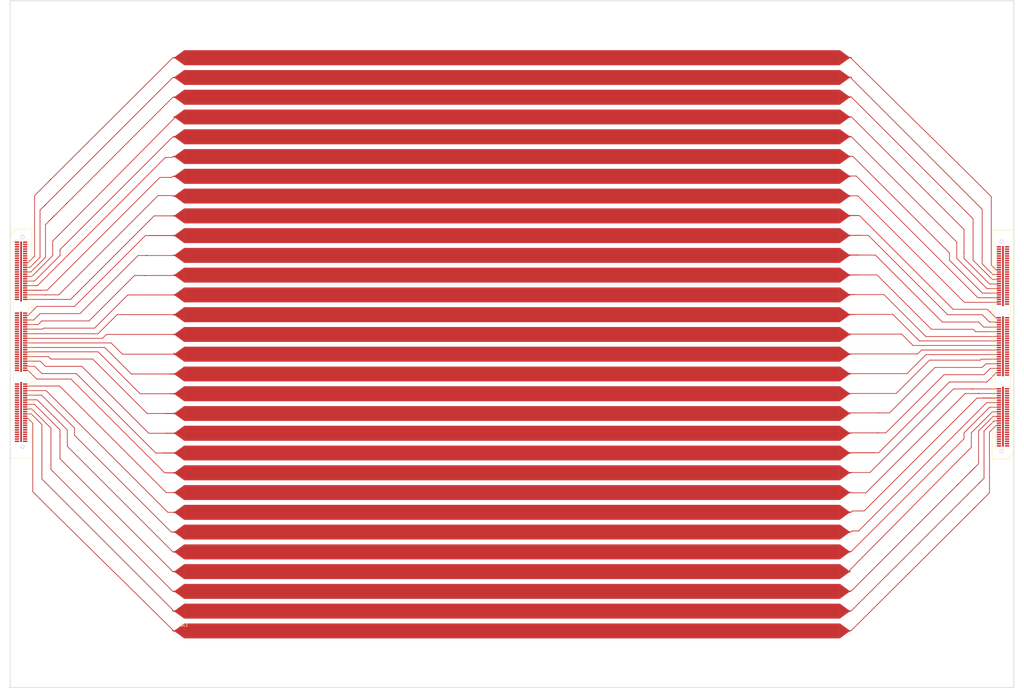
<source format=kicad_pcb>
(kicad_pcb (version 20171130) (host pcbnew 5.1.5-52549c5~84~ubuntu18.04.1)

  (general
    (thickness 1.5748)
    (drawings 4)
    (tracks 410)
    (zones 0)
    (modules 11)
    (nets 71)
  )

  (page C)
  (title_block
    (title stripline-pickup-a)
    (rev 1a)
    (comment 1 "30 strips")
    (comment 2 "50 ohm")
    (comment 3 "four layer, 9.1 mil prepreg")
    (comment 4 "same spacing as glass anode")
  )

  (layers
    (0 F.Cu signal)
    (1 In1.Cu signal hide)
    (2 In2.Cu signal hide)
    (31 B.Cu signal)
    (32 B.Adhes user)
    (33 F.Adhes user)
    (34 B.Paste user)
    (35 F.Paste user)
    (36 B.SilkS user)
    (37 F.SilkS user)
    (38 B.Mask user)
    (39 F.Mask user)
    (40 Dwgs.User user)
    (41 Cmts.User user)
    (42 Eco1.User user)
    (43 Eco2.User user)
    (44 Edge.Cuts user)
    (45 Margin user)
    (46 B.CrtYd user)
    (47 F.CrtYd user)
    (48 B.Fab user)
    (49 F.Fab user)
  )

  (setup
    (last_trace_width 0.25)
    (user_trace_width 0.45)
    (trace_clearance 0.2)
    (zone_clearance 0.508)
    (zone_45_only no)
    (trace_min 0.2)
    (via_size 0.8)
    (via_drill 0.4)
    (via_min_size 0.4)
    (via_min_drill 0.3)
    (uvia_size 0.3)
    (uvia_drill 0.1)
    (uvias_allowed no)
    (uvia_min_size 0.2)
    (uvia_min_drill 0.1)
    (edge_width 0.05)
    (segment_width 0.2)
    (pcb_text_width 0.3)
    (pcb_text_size 1.5 1.5)
    (mod_edge_width 0.12)
    (mod_text_size 1 1)
    (mod_text_width 0.15)
    (pad_size 1.524 1.524)
    (pad_drill 0.762)
    (pad_to_mask_clearance 0.051)
    (solder_mask_min_width 0.25)
    (aux_axis_origin 0 0)
    (visible_elements FFFFFF7F)
    (pcbplotparams
      (layerselection 0x010fc_ffffffff)
      (usegerberextensions false)
      (usegerberattributes false)
      (usegerberadvancedattributes false)
      (creategerberjobfile false)
      (excludeedgelayer true)
      (linewidth 0.100000)
      (plotframeref false)
      (viasonmask false)
      (mode 1)
      (useauxorigin false)
      (hpglpennumber 1)
      (hpglpenspeed 20)
      (hpglpendiameter 15.000000)
      (psnegative false)
      (psa4output false)
      (plotreference true)
      (plotvalue true)
      (plotinvisibletext false)
      (padsonsilk false)
      (subtractmaskfromsilk false)
      (outputformat 1)
      (mirror false)
      (drillshape 1)
      (scaleselection 1)
      (outputdirectory ""))
  )

  (net 0 "")
  (net 1 GND)
  (net 2 "Net-(SC1-Pad136)")
  (net 3 "Net-(SC1-Pad132)")
  (net 4 "Net-(SC1-Pad128)")
  (net 5 "Net-(SC1-Pad124)")
  (net 6 "Net-(SC1-Pad120)")
  (net 7 "Net-(SC1-Pad116)")
  (net 8 "Net-(SC1-Pad112)")
  (net 9 "Net-(SC1-Pad108)")
  (net 10 "Net-(SC1-Pad104)")
  (net 11 "Net-(SC1-Pad100)")
  (net 12 "Net-(SC1-Pad96)")
  (net 13 "Net-(SC1-Pad92)")
  (net 14 "Net-(SC1-Pad88)")
  (net 15 "Net-(SC1-Pad84)")
  (net 16 "Net-(SC1-Pad80)")
  (net 17 "Net-(SC1-Pad76)")
  (net 18 "Net-(SC1-Pad72)")
  (net 19 "Net-(SC1-Pad68)")
  (net 20 "Net-(SC1-Pad64)")
  (net 21 "Net-(SC1-Pad60)")
  (net 22 "Net-(SC1-Pad56)")
  (net 23 "Net-(SC1-Pad52)")
  (net 24 "Net-(SC1-Pad48)")
  (net 25 "Net-(SC1-Pad44)")
  (net 26 "Net-(SC1-Pad40)")
  (net 27 "Net-(SC1-Pad36)")
  (net 28 "Net-(SC1-Pad32)")
  (net 29 "Net-(SC1-Pad28)")
  (net 30 "Net-(SC1-Pad24)")
  (net 31 "Net-(SC1-Pad20)")
  (net 32 "Net-(SC2-Pad136)")
  (net 33 "Net-(SC2-Pad132)")
  (net 34 "Net-(SC2-Pad128)")
  (net 35 "Net-(SC2-Pad124)")
  (net 36 "Net-(SC2-Pad120)")
  (net 37 "Net-(SC2-Pad116)")
  (net 38 "Net-(SC2-Pad112)")
  (net 39 "Net-(SC2-Pad108)")
  (net 40 "Net-(SC2-Pad104)")
  (net 41 "Net-(SC2-Pad100)")
  (net 42 "Net-(SC2-Pad96)")
  (net 43 "Net-(SC2-Pad92)")
  (net 44 "Net-(SC2-Pad88)")
  (net 45 "Net-(SC2-Pad84)")
  (net 46 "Net-(SC2-Pad80)")
  (net 47 "Net-(SC2-Pad76)")
  (net 48 "Net-(SC2-Pad72)")
  (net 49 "Net-(SC2-Pad68)")
  (net 50 "Net-(SC2-Pad64)")
  (net 51 "Net-(SC2-Pad60)")
  (net 52 "Net-(SC2-Pad56)")
  (net 53 "Net-(SC2-Pad52)")
  (net 54 "Net-(SC2-Pad48)")
  (net 55 "Net-(SC2-Pad44)")
  (net 56 "Net-(SC2-Pad40)")
  (net 57 "Net-(SC2-Pad36)")
  (net 58 "Net-(SC2-Pad32)")
  (net 59 "Net-(SC2-Pad28)")
  (net 60 "Net-(SC2-Pad24)")
  (net 61 "Net-(SC2-Pad20)")
  (net 62 "Net-(SC1-Pad159)")
  (net 63 "Net-(SC1-Pad158)")
  (net 64 "Net-(SC1-Pad157)")
  (net 65 "Net-(SC1-Pad1)")
  (net 66 "Net-(SC1-Pad155)")
  (net 67 "Net-(SC2-Pad156)")
  (net 68 "Net-(SC2-Pad158)")
  (net 69 "Net-(SC2-Pad155)")
  (net 70 "Net-(SC2-Pad138)")

  (net_class Default "This is the default net class."
    (clearance 0.2)
    (trace_width 0.25)
    (via_dia 0.8)
    (via_drill 0.4)
    (uvia_dia 0.3)
    (uvia_drill 0.1)
    (add_net GND)
    (add_net "Net-(SC1-Pad1)")
    (add_net "Net-(SC1-Pad100)")
    (add_net "Net-(SC1-Pad104)")
    (add_net "Net-(SC1-Pad108)")
    (add_net "Net-(SC1-Pad112)")
    (add_net "Net-(SC1-Pad116)")
    (add_net "Net-(SC1-Pad120)")
    (add_net "Net-(SC1-Pad124)")
    (add_net "Net-(SC1-Pad128)")
    (add_net "Net-(SC1-Pad132)")
    (add_net "Net-(SC1-Pad136)")
    (add_net "Net-(SC1-Pad155)")
    (add_net "Net-(SC1-Pad157)")
    (add_net "Net-(SC1-Pad158)")
    (add_net "Net-(SC1-Pad159)")
    (add_net "Net-(SC1-Pad20)")
    (add_net "Net-(SC1-Pad24)")
    (add_net "Net-(SC1-Pad28)")
    (add_net "Net-(SC1-Pad32)")
    (add_net "Net-(SC1-Pad36)")
    (add_net "Net-(SC1-Pad40)")
    (add_net "Net-(SC1-Pad44)")
    (add_net "Net-(SC1-Pad48)")
    (add_net "Net-(SC1-Pad52)")
    (add_net "Net-(SC1-Pad56)")
    (add_net "Net-(SC1-Pad60)")
    (add_net "Net-(SC1-Pad64)")
    (add_net "Net-(SC1-Pad68)")
    (add_net "Net-(SC1-Pad72)")
    (add_net "Net-(SC1-Pad76)")
    (add_net "Net-(SC1-Pad80)")
    (add_net "Net-(SC1-Pad84)")
    (add_net "Net-(SC1-Pad88)")
    (add_net "Net-(SC1-Pad92)")
    (add_net "Net-(SC1-Pad96)")
    (add_net "Net-(SC2-Pad100)")
    (add_net "Net-(SC2-Pad104)")
    (add_net "Net-(SC2-Pad108)")
    (add_net "Net-(SC2-Pad112)")
    (add_net "Net-(SC2-Pad116)")
    (add_net "Net-(SC2-Pad120)")
    (add_net "Net-(SC2-Pad124)")
    (add_net "Net-(SC2-Pad128)")
    (add_net "Net-(SC2-Pad132)")
    (add_net "Net-(SC2-Pad136)")
    (add_net "Net-(SC2-Pad138)")
    (add_net "Net-(SC2-Pad155)")
    (add_net "Net-(SC2-Pad156)")
    (add_net "Net-(SC2-Pad158)")
    (add_net "Net-(SC2-Pad20)")
    (add_net "Net-(SC2-Pad24)")
    (add_net "Net-(SC2-Pad28)")
    (add_net "Net-(SC2-Pad32)")
    (add_net "Net-(SC2-Pad36)")
    (add_net "Net-(SC2-Pad40)")
    (add_net "Net-(SC2-Pad44)")
    (add_net "Net-(SC2-Pad48)")
    (add_net "Net-(SC2-Pad52)")
    (add_net "Net-(SC2-Pad56)")
    (add_net "Net-(SC2-Pad60)")
    (add_net "Net-(SC2-Pad64)")
    (add_net "Net-(SC2-Pad68)")
    (add_net "Net-(SC2-Pad72)")
    (add_net "Net-(SC2-Pad76)")
    (add_net "Net-(SC2-Pad80)")
    (add_net "Net-(SC2-Pad84)")
    (add_net "Net-(SC2-Pad88)")
    (add_net "Net-(SC2-Pad92)")
    (add_net "Net-(SC2-Pad96)")
  )

  (module stripline-pickup-samtec:QRM8-078-05-grounded (layer F.Cu) (tedit 5E6EC719) (tstamp 5E6F50FC)
    (at 79.603 181.016 270)
    (path /5CFF61CF)
    (fp_text reference SC1 (at 1.016 -5.842 270) (layer F.SilkS) hide
      (effects (font (size 1 1) (thickness 0.15)))
    )
    (fp_text value SAMTEC-QRM078-05 (at 46.99 -12.192 270) (layer F.Fab)
      (effects (font (size 1 1) (thickness 0.15)))
    )
    (fp_line (start 72.004 -4.682) (end 9.404 -4.682) (layer F.CrtYd) (width 0.05))
    (fp_line (start 76.254 -4.437) (end 13.954 -4.437) (layer F.SilkS) (width 0.12))
    (fp_line (start 9.154 -9.787) (end 72.254 -9.787) (layer F.SilkS) (width 0.12))
    (fp_line (start 9.404 -9.542) (end 72.004 -9.542) (layer F.CrtYd) (width 0.05))
    (fp_line (start 9.954 -4.437) (end 9.154 -5.237) (layer F.SilkS) (width 0.12))
    (fp_line (start 5.334 -5.842) (end 7.874 -3.302) (layer F.SilkS) (width 0.15))
    (fp_line (start 5.334 -10.922) (end 5.334 -9.652) (layer F.SilkS) (width 0.15))
    (fp_line (start 85.344 -10.922) (end 5.334 -10.922) (layer F.SilkS) (width 0.15))
    (fp_line (start 85.344 -3.302) (end 85.344 -10.922) (layer F.SilkS) (width 0.15))
    (fp_line (start 6.604 -3.302) (end 85.344 -3.302) (layer F.SilkS) (width 0.15))
    (fp_line (start 5.334 -4.572) (end 6.604 -3.302) (layer F.SilkS) (width 0.15))
    (fp_line (start 5.334 -9.652) (end 5.334 -4.572) (layer F.SilkS) (width 0.15))
    (fp_line (start 9.404 -4.682) (end 9.404 -9.542) (layer F.CrtYd) (width 0.05))
    (fp_line (start 9.154 -5.237) (end 9.154 -9.787) (layer F.SilkS) (width 0.12))
    (pad 9 smd rect (at 13.104 -5.687 270) (size 0.5 1.5) (layers F.Cu F.Paste F.Mask)
      (net 65 "Net-(SC1-Pad1)"))
    (pad 10 smd rect (at 13.104 -8.537 270) (size 0.5 1.5) (layers F.Cu F.Paste F.Mask)
      (net 65 "Net-(SC1-Pad1)"))
    (pad 36 smd rect (at 23.504 -8.537 270) (size 0.5 1.5) (layers F.Cu F.Paste F.Mask)
      (net 27 "Net-(SC1-Pad36)"))
    (pad 33 smd rect (at 22.704 -5.687 270) (size 0.5 1.5) (layers F.Cu F.Paste F.Mask)
      (net 65 "Net-(SC1-Pad1)"))
    (pad 7 smd rect (at 12.304 -5.687 270) (size 0.5 1.5) (layers F.Cu F.Paste F.Mask)
      (net 65 "Net-(SC1-Pad1)"))
    (pad 5 smd rect (at 11.504 -5.687 270) (size 0.5 1.5) (layers F.Cu F.Paste F.Mask)
      (net 65 "Net-(SC1-Pad1)"))
    (pad 38 smd rect (at 24.304 -8.537 270) (size 0.5 1.5) (layers F.Cu F.Paste F.Mask)
      (net 1 GND))
    (pad 35 smd rect (at 23.504 -5.687 270) (size 0.5 1.5) (layers F.Cu F.Paste F.Mask)
      (net 65 "Net-(SC1-Pad1)"))
    (pad 8 smd rect (at 12.304 -8.537 270) (size 0.5 1.5) (layers F.Cu F.Paste F.Mask)
      (net 65 "Net-(SC1-Pad1)"))
    (pad 2 smd rect (at 9.904 -8.537 270) (size 0.5 1.5) (layers F.Cu F.Paste F.Mask)
      (net 65 "Net-(SC1-Pad1)"))
    (pad 1 smd rect (at 9.904 -5.687 270) (size 0.5 1.5) (layers F.Cu F.Paste F.Mask)
      (net 65 "Net-(SC1-Pad1)"))
    (pad 6 smd rect (at 11.504 -8.537 270) (size 0.5 1.5) (layers F.Cu F.Paste F.Mask)
      (net 65 "Net-(SC1-Pad1)"))
    (pad "" thru_hole circle (at 8.054 -7.612 270) (size 1.2 1.2) (drill 1.131) (layers *.Cu *.Mask))
    (pad "" thru_hole circle (at 81.354 -7.612 270) (size 1.2 1.2) (drill 1.131) (layers *.Cu *.Mask))
    (pad 155 smd rect (at 79.504 -5.687 270) (size 0.5 1.5) (layers F.Cu F.Paste F.Mask)
      (net 66 "Net-(SC1-Pad155)"))
    (pad 156 smd rect (at 79.504 -8.537 270) (size 0.5 1.5) (layers F.Cu F.Paste F.Mask)
      (net 66 "Net-(SC1-Pad155)"))
    (pad 153 smd rect (at 78.704 -5.687 270) (size 0.5 1.5) (layers F.Cu F.Paste F.Mask)
      (net 65 "Net-(SC1-Pad1)"))
    (pad 154 smd rect (at 78.704 -8.537 270) (size 0.5 1.5) (layers F.Cu F.Paste F.Mask)
      (net 1 GND))
    (pad 151 smd rect (at 77.904 -5.687 270) (size 0.5 1.5) (layers F.Cu F.Paste F.Mask)
      (net 65 "Net-(SC1-Pad1)"))
    (pad 152 smd rect (at 77.904 -8.537 270) (size 0.5 1.5) (layers F.Cu F.Paste F.Mask)
      (net 1 GND))
    (pad 149 smd rect (at 77.104 -5.687 270) (size 0.5 1.5) (layers F.Cu F.Paste F.Mask)
      (net 65 "Net-(SC1-Pad1)"))
    (pad 150 smd rect (at 77.104 -8.537 270) (size 0.5 1.5) (layers F.Cu F.Paste F.Mask)
      (net 1 GND))
    (pad 147 smd rect (at 76.304 -5.687 270) (size 0.5 1.5) (layers F.Cu F.Paste F.Mask)
      (net 65 "Net-(SC1-Pad1)"))
    (pad 148 smd rect (at 76.304 -8.537 270) (size 0.5 1.5) (layers F.Cu F.Paste F.Mask)
      (net 1 GND))
    (pad 145 smd rect (at 75.504 -5.687 270) (size 0.5 1.5) (layers F.Cu F.Paste F.Mask)
      (net 65 "Net-(SC1-Pad1)"))
    (pad 146 smd rect (at 75.504 -8.537 270) (size 0.5 1.5) (layers F.Cu F.Paste F.Mask)
      (net 1 GND))
    (pad 143 smd rect (at 74.704 -5.687 270) (size 0.5 1.5) (layers F.Cu F.Paste F.Mask)
      (net 65 "Net-(SC1-Pad1)"))
    (pad 144 smd rect (at 74.704 -8.537 270) (size 0.5 1.5) (layers F.Cu F.Paste F.Mask)
      (net 1 GND))
    (pad 141 smd rect (at 73.904 -5.687 270) (size 0.5 1.5) (layers F.Cu F.Paste F.Mask)
      (net 65 "Net-(SC1-Pad1)"))
    (pad 142 smd rect (at 73.904 -8.537 270) (size 0.5 1.5) (layers F.Cu F.Paste F.Mask)
      (net 1 GND))
    (pad 139 smd rect (at 73.104 -5.687 270) (size 0.5 1.5) (layers F.Cu F.Paste F.Mask)
      (net 65 "Net-(SC1-Pad1)"))
    (pad 140 smd rect (at 73.104 -8.537 270) (size 0.5 1.5) (layers F.Cu F.Paste F.Mask)
      (net 1 GND))
    (pad 137 smd rect (at 72.304 -5.687 270) (size 0.5 1.5) (layers F.Cu F.Paste F.Mask)
      (net 65 "Net-(SC1-Pad1)"))
    (pad 138 smd rect (at 72.304 -8.537 270) (size 0.5 1.5) (layers F.Cu F.Paste F.Mask)
      (net 1 GND))
    (pad 135 smd rect (at 71.504 -5.687 270) (size 0.5 1.5) (layers F.Cu F.Paste F.Mask)
      (net 65 "Net-(SC1-Pad1)"))
    (pad 136 smd rect (at 71.504 -8.537 270) (size 0.5 1.5) (layers F.Cu F.Paste F.Mask)
      (net 2 "Net-(SC1-Pad136)"))
    (pad 133 smd rect (at 70.704 -5.687 270) (size 0.5 1.5) (layers F.Cu F.Paste F.Mask)
      (net 65 "Net-(SC1-Pad1)"))
    (pad 134 smd rect (at 70.704 -8.537 270) (size 0.5 1.5) (layers F.Cu F.Paste F.Mask)
      (net 1 GND))
    (pad 131 smd rect (at 69.904 -5.687 270) (size 0.5 1.5) (layers F.Cu F.Paste F.Mask)
      (net 65 "Net-(SC1-Pad1)"))
    (pad 132 smd rect (at 69.904 -8.537 270) (size 0.5 1.5) (layers F.Cu F.Paste F.Mask)
      (net 3 "Net-(SC1-Pad132)"))
    (pad 129 smd rect (at 69.104 -5.687 270) (size 0.5 1.5) (layers F.Cu F.Paste F.Mask)
      (net 65 "Net-(SC1-Pad1)"))
    (pad 130 smd rect (at 69.104 -8.537 270) (size 0.5 1.5) (layers F.Cu F.Paste F.Mask)
      (net 1 GND))
    (pad 127 smd rect (at 68.304 -5.687 270) (size 0.5 1.5) (layers F.Cu F.Paste F.Mask)
      (net 65 "Net-(SC1-Pad1)"))
    (pad 128 smd rect (at 68.304 -8.537 270) (size 0.5 1.5) (layers F.Cu F.Paste F.Mask)
      (net 4 "Net-(SC1-Pad128)"))
    (pad 125 smd rect (at 67.504 -5.687 270) (size 0.5 1.5) (layers F.Cu F.Paste F.Mask)
      (net 65 "Net-(SC1-Pad1)"))
    (pad 126 smd rect (at 67.504 -8.537 270) (size 0.5 1.5) (layers F.Cu F.Paste F.Mask)
      (net 1 GND))
    (pad 123 smd rect (at 66.704 -5.687 270) (size 0.5 1.5) (layers F.Cu F.Paste F.Mask)
      (net 65 "Net-(SC1-Pad1)"))
    (pad 124 smd rect (at 66.704 -8.537 270) (size 0.5 1.5) (layers F.Cu F.Paste F.Mask)
      (net 5 "Net-(SC1-Pad124)"))
    (pad 121 smd rect (at 65.904 -5.687 270) (size 0.5 1.5) (layers F.Cu F.Paste F.Mask)
      (net 65 "Net-(SC1-Pad1)"))
    (pad 122 smd rect (at 65.904 -8.537 270) (size 0.5 1.5) (layers F.Cu F.Paste F.Mask)
      (net 1 GND))
    (pad 119 smd rect (at 65.104 -5.687 270) (size 0.5 1.5) (layers F.Cu F.Paste F.Mask)
      (net 65 "Net-(SC1-Pad1)"))
    (pad 120 smd rect (at 65.104 -8.537 270) (size 0.5 1.5) (layers F.Cu F.Paste F.Mask)
      (net 6 "Net-(SC1-Pad120)"))
    (pad 117 smd rect (at 64.304 -5.687 270) (size 0.5 1.5) (layers F.Cu F.Paste F.Mask)
      (net 65 "Net-(SC1-Pad1)"))
    (pad 118 smd rect (at 64.304 -8.537 270) (size 0.5 1.5) (layers F.Cu F.Paste F.Mask)
      (net 1 GND))
    (pad 115 smd rect (at 63.504 -5.687 270) (size 0.5 1.5) (layers F.Cu F.Paste F.Mask)
      (net 65 "Net-(SC1-Pad1)"))
    (pad 116 smd rect (at 63.504 -8.537 270) (size 0.5 1.5) (layers F.Cu F.Paste F.Mask)
      (net 7 "Net-(SC1-Pad116)"))
    (pad 113 smd rect (at 62.704 -5.687 270) (size 0.5 1.5) (layers F.Cu F.Paste F.Mask)
      (net 65 "Net-(SC1-Pad1)"))
    (pad 114 smd rect (at 62.704 -8.537 270) (size 0.5 1.5) (layers F.Cu F.Paste F.Mask)
      (net 1 GND))
    (pad 111 smd rect (at 61.904 -5.687 270) (size 0.5 1.5) (layers F.Cu F.Paste F.Mask)
      (net 65 "Net-(SC1-Pad1)"))
    (pad 112 smd rect (at 61.904 -8.537 270) (size 0.5 1.5) (layers F.Cu F.Paste F.Mask)
      (net 8 "Net-(SC1-Pad112)"))
    (pad 109 smd rect (at 61.104 -5.687 270) (size 0.5 1.5) (layers F.Cu F.Paste F.Mask)
      (net 65 "Net-(SC1-Pad1)"))
    (pad 110 smd rect (at 61.104 -8.537 270) (size 0.5 1.5) (layers F.Cu F.Paste F.Mask)
      (net 1 GND))
    (pad 107 smd rect (at 60.304 -5.687 270) (size 0.5 1.5) (layers F.Cu F.Paste F.Mask)
      (net 65 "Net-(SC1-Pad1)"))
    (pad 108 smd rect (at 60.304 -8.537 270) (size 0.5 1.5) (layers F.Cu F.Paste F.Mask)
      (net 9 "Net-(SC1-Pad108)"))
    (pad 105 smd rect (at 59.504 -5.687 270) (size 0.5 1.5) (layers F.Cu F.Paste F.Mask)
      (net 65 "Net-(SC1-Pad1)"))
    (pad 106 smd rect (at 59.504 -8.537 270) (size 0.5 1.5) (layers F.Cu F.Paste F.Mask)
      (net 1 GND))
    (pad 103 smd rect (at 54.704 -5.687 270) (size 0.5 1.5) (layers F.Cu F.Paste F.Mask)
      (net 65 "Net-(SC1-Pad1)"))
    (pad 104 smd rect (at 54.704 -8.537 270) (size 0.5 1.5) (layers F.Cu F.Paste F.Mask)
      (net 10 "Net-(SC1-Pad104)"))
    (pad 101 smd rect (at 53.904 -5.687 270) (size 0.5 1.5) (layers F.Cu F.Paste F.Mask)
      (net 65 "Net-(SC1-Pad1)"))
    (pad 102 smd rect (at 53.904 -8.537 270) (size 0.5 1.5) (layers F.Cu F.Paste F.Mask)
      (net 1 GND))
    (pad 99 smd rect (at 53.104 -5.687 270) (size 0.5 1.5) (layers F.Cu F.Paste F.Mask)
      (net 65 "Net-(SC1-Pad1)"))
    (pad 100 smd rect (at 53.104 -8.537 270) (size 0.5 1.5) (layers F.Cu F.Paste F.Mask)
      (net 11 "Net-(SC1-Pad100)"))
    (pad 97 smd rect (at 52.304 -5.687 270) (size 0.5 1.5) (layers F.Cu F.Paste F.Mask)
      (net 65 "Net-(SC1-Pad1)"))
    (pad 98 smd rect (at 52.304 -8.537 270) (size 0.5 1.5) (layers F.Cu F.Paste F.Mask)
      (net 1 GND))
    (pad 95 smd rect (at 51.504 -5.687 270) (size 0.5 1.5) (layers F.Cu F.Paste F.Mask)
      (net 65 "Net-(SC1-Pad1)"))
    (pad 96 smd rect (at 51.504 -8.537 270) (size 0.5 1.5) (layers F.Cu F.Paste F.Mask)
      (net 12 "Net-(SC1-Pad96)"))
    (pad 93 smd rect (at 50.704 -5.687 270) (size 0.5 1.5) (layers F.Cu F.Paste F.Mask)
      (net 65 "Net-(SC1-Pad1)"))
    (pad 94 smd rect (at 50.704 -8.537 270) (size 0.5 1.5) (layers F.Cu F.Paste F.Mask)
      (net 1 GND))
    (pad 91 smd rect (at 49.904 -5.687 270) (size 0.5 1.5) (layers F.Cu F.Paste F.Mask)
      (net 65 "Net-(SC1-Pad1)"))
    (pad 92 smd rect (at 49.904 -8.537 270) (size 0.5 1.5) (layers F.Cu F.Paste F.Mask)
      (net 13 "Net-(SC1-Pad92)"))
    (pad 89 smd rect (at 49.104 -5.687 270) (size 0.5 1.5) (layers F.Cu F.Paste F.Mask)
      (net 65 "Net-(SC1-Pad1)"))
    (pad 90 smd rect (at 49.104 -8.537 270) (size 0.5 1.5) (layers F.Cu F.Paste F.Mask)
      (net 1 GND))
    (pad 87 smd rect (at 48.304 -5.687 270) (size 0.5 1.5) (layers F.Cu F.Paste F.Mask)
      (net 65 "Net-(SC1-Pad1)"))
    (pad 88 smd rect (at 48.304 -8.537 270) (size 0.5 1.5) (layers F.Cu F.Paste F.Mask)
      (net 14 "Net-(SC1-Pad88)"))
    (pad 85 smd rect (at 47.504 -5.687 270) (size 0.5 1.5) (layers F.Cu F.Paste F.Mask)
      (net 65 "Net-(SC1-Pad1)"))
    (pad 86 smd rect (at 47.504 -8.537 270) (size 0.5 1.5) (layers F.Cu F.Paste F.Mask)
      (net 1 GND))
    (pad 83 smd rect (at 46.704 -5.687 270) (size 0.5 1.5) (layers F.Cu F.Paste F.Mask)
      (net 65 "Net-(SC1-Pad1)"))
    (pad 84 smd rect (at 46.704 -8.537 270) (size 0.5 1.5) (layers F.Cu F.Paste F.Mask)
      (net 15 "Net-(SC1-Pad84)"))
    (pad 81 smd rect (at 45.904 -5.687 270) (size 0.5 1.5) (layers F.Cu F.Paste F.Mask)
      (net 65 "Net-(SC1-Pad1)"))
    (pad 82 smd rect (at 45.904 -8.537 270) (size 0.5 1.5) (layers F.Cu F.Paste F.Mask)
      (net 1 GND))
    (pad 79 smd rect (at 45.104 -5.687 270) (size 0.5 1.5) (layers F.Cu F.Paste F.Mask)
      (net 65 "Net-(SC1-Pad1)"))
    (pad 80 smd rect (at 45.104 -8.537 270) (size 0.5 1.5) (layers F.Cu F.Paste F.Mask)
      (net 16 "Net-(SC1-Pad80)"))
    (pad 77 smd rect (at 44.304 -5.687 270) (size 0.5 1.5) (layers F.Cu F.Paste F.Mask)
      (net 65 "Net-(SC1-Pad1)"))
    (pad 78 smd rect (at 44.304 -8.537 270) (size 0.5 1.5) (layers F.Cu F.Paste F.Mask)
      (net 1 GND))
    (pad 75 smd rect (at 43.504 -5.687 270) (size 0.5 1.5) (layers F.Cu F.Paste F.Mask)
      (net 65 "Net-(SC1-Pad1)"))
    (pad 76 smd rect (at 43.504 -8.537 270) (size 0.5 1.5) (layers F.Cu F.Paste F.Mask)
      (net 17 "Net-(SC1-Pad76)"))
    (pad 73 smd rect (at 42.704 -5.687 270) (size 0.5 1.5) (layers F.Cu F.Paste F.Mask)
      (net 65 "Net-(SC1-Pad1)"))
    (pad 74 smd rect (at 42.704 -8.537 270) (size 0.5 1.5) (layers F.Cu F.Paste F.Mask)
      (net 1 GND))
    (pad 71 smd rect (at 41.904 -5.687 270) (size 0.5 1.5) (layers F.Cu F.Paste F.Mask)
      (net 65 "Net-(SC1-Pad1)"))
    (pad 72 smd rect (at 41.904 -8.537 270) (size 0.5 1.5) (layers F.Cu F.Paste F.Mask)
      (net 18 "Net-(SC1-Pad72)"))
    (pad 69 smd rect (at 41.104 -5.687 270) (size 0.5 1.5) (layers F.Cu F.Paste F.Mask)
      (net 65 "Net-(SC1-Pad1)"))
    (pad 70 smd rect (at 41.104 -8.537 270) (size 0.5 1.5) (layers F.Cu F.Paste F.Mask)
      (net 1 GND))
    (pad 67 smd rect (at 40.304 -5.687 270) (size 0.5 1.5) (layers F.Cu F.Paste F.Mask)
      (net 65 "Net-(SC1-Pad1)"))
    (pad 68 smd rect (at 40.304 -8.537 270) (size 0.5 1.5) (layers F.Cu F.Paste F.Mask)
      (net 19 "Net-(SC1-Pad68)"))
    (pad 65 smd rect (at 39.504 -5.687 270) (size 0.5 1.5) (layers F.Cu F.Paste F.Mask)
      (net 65 "Net-(SC1-Pad1)"))
    (pad 66 smd rect (at 39.504 -8.537 270) (size 0.5 1.5) (layers F.Cu F.Paste F.Mask)
      (net 1 GND))
    (pad 63 smd rect (at 38.704 -5.687 270) (size 0.5 1.5) (layers F.Cu F.Paste F.Mask)
      (net 65 "Net-(SC1-Pad1)"))
    (pad 64 smd rect (at 38.704 -8.537 270) (size 0.5 1.5) (layers F.Cu F.Paste F.Mask)
      (net 20 "Net-(SC1-Pad64)"))
    (pad 61 smd rect (at 37.904 -5.687 270) (size 0.5 1.5) (layers F.Cu F.Paste F.Mask)
      (net 65 "Net-(SC1-Pad1)"))
    (pad 62 smd rect (at 37.904 -8.537 270) (size 0.5 1.5) (layers F.Cu F.Paste F.Mask)
      (net 1 GND))
    (pad 59 smd rect (at 37.104 -5.687 270) (size 0.5 1.5) (layers F.Cu F.Paste F.Mask)
      (net 65 "Net-(SC1-Pad1)"))
    (pad 60 smd rect (at 37.104 -8.537 270) (size 0.5 1.5) (layers F.Cu F.Paste F.Mask)
      (net 21 "Net-(SC1-Pad60)"))
    (pad 57 smd rect (at 36.304 -5.687 270) (size 0.5 1.5) (layers F.Cu F.Paste F.Mask)
      (net 65 "Net-(SC1-Pad1)"))
    (pad 58 smd rect (at 36.304 -8.537 270) (size 0.5 1.5) (layers F.Cu F.Paste F.Mask)
      (net 1 GND))
    (pad 55 smd rect (at 35.504 -5.687 270) (size 0.5 1.5) (layers F.Cu F.Paste F.Mask)
      (net 65 "Net-(SC1-Pad1)"))
    (pad 56 smd rect (at 35.504 -8.537 270) (size 0.5 1.5) (layers F.Cu F.Paste F.Mask)
      (net 22 "Net-(SC1-Pad56)"))
    (pad 53 smd rect (at 34.704 -5.687 270) (size 0.5 1.5) (layers F.Cu F.Paste F.Mask)
      (net 65 "Net-(SC1-Pad1)"))
    (pad 54 smd rect (at 34.704 -8.537 270) (size 0.5 1.5) (layers F.Cu F.Paste F.Mask)
      (net 1 GND))
    (pad 29 smd rect (at 21.104 -5.687 270) (size 0.5 1.5) (layers F.Cu F.Paste F.Mask)
      (net 65 "Net-(SC1-Pad1)"))
    (pad 30 smd rect (at 21.104 -8.537 270) (size 0.5 1.5) (layers F.Cu F.Paste F.Mask)
      (net 1 GND))
    (pad 27 smd rect (at 20.304 -5.687 270) (size 0.5 1.5) (layers F.Cu F.Paste F.Mask)
      (net 65 "Net-(SC1-Pad1)"))
    (pad 28 smd rect (at 20.304 -8.537 270) (size 0.5 1.5) (layers F.Cu F.Paste F.Mask)
      (net 29 "Net-(SC1-Pad28)"))
    (pad 25 smd rect (at 19.504 -5.687 270) (size 0.5 1.5) (layers F.Cu F.Paste F.Mask)
      (net 65 "Net-(SC1-Pad1)"))
    (pad 26 smd rect (at 19.504 -8.537 270) (size 0.5 1.5) (layers F.Cu F.Paste F.Mask)
      (net 1 GND))
    (pad 23 smd rect (at 18.704 -5.687 270) (size 0.5 1.5) (layers F.Cu F.Paste F.Mask)
      (net 65 "Net-(SC1-Pad1)"))
    (pad 24 smd rect (at 18.704 -8.537 270) (size 0.5 1.5) (layers F.Cu F.Paste F.Mask)
      (net 30 "Net-(SC1-Pad24)"))
    (pad 21 smd rect (at 17.904 -5.687 270) (size 0.5 1.5) (layers F.Cu F.Paste F.Mask)
      (net 65 "Net-(SC1-Pad1)"))
    (pad 22 smd rect (at 17.904 -8.537 270) (size 0.5 1.5) (layers F.Cu F.Paste F.Mask)
      (net 1 GND))
    (pad 19 smd rect (at 17.104 -5.687 270) (size 0.5 1.5) (layers F.Cu F.Paste F.Mask)
      (net 65 "Net-(SC1-Pad1)"))
    (pad 20 smd rect (at 17.104 -8.537 270) (size 0.5 1.5) (layers F.Cu F.Paste F.Mask)
      (net 31 "Net-(SC1-Pad20)"))
    (pad 17 smd rect (at 16.304 -5.687 270) (size 0.5 1.5) (layers F.Cu F.Paste F.Mask)
      (net 65 "Net-(SC1-Pad1)"))
    (pad 18 smd rect (at 16.304 -8.537 270) (size 0.5 1.5) (layers F.Cu F.Paste F.Mask)
      (net 65 "Net-(SC1-Pad1)"))
    (pad 15 smd rect (at 15.504 -5.687 270) (size 0.5 1.5) (layers F.Cu F.Paste F.Mask)
      (net 65 "Net-(SC1-Pad1)"))
    (pad 16 smd rect (at 15.504 -8.537 270) (size 0.5 1.5) (layers F.Cu F.Paste F.Mask)
      (net 65 "Net-(SC1-Pad1)"))
    (pad 13 smd rect (at 14.704 -5.687 270) (size 0.5 1.5) (layers F.Cu F.Paste F.Mask)
      (net 65 "Net-(SC1-Pad1)"))
    (pad 51 smd rect (at 29.904 -5.687 270) (size 0.5 1.5) (layers F.Cu F.Paste F.Mask)
      (net 65 "Net-(SC1-Pad1)"))
    (pad 52 smd rect (at 29.904 -8.537 270) (size 0.5 1.5) (layers F.Cu F.Paste F.Mask)
      (net 23 "Net-(SC1-Pad52)"))
    (pad 49 smd rect (at 29.104 -5.687 270) (size 0.5 1.5) (layers F.Cu F.Paste F.Mask)
      (net 65 "Net-(SC1-Pad1)"))
    (pad 50 smd rect (at 29.104 -8.537 270) (size 0.5 1.5) (layers F.Cu F.Paste F.Mask)
      (net 1 GND))
    (pad 47 smd rect (at 28.304 -5.687 270) (size 0.5 1.5) (layers F.Cu F.Paste F.Mask)
      (net 65 "Net-(SC1-Pad1)"))
    (pad 48 smd rect (at 28.304 -8.537 270) (size 0.5 1.5) (layers F.Cu F.Paste F.Mask)
      (net 24 "Net-(SC1-Pad48)"))
    (pad 45 smd rect (at 27.504 -5.687 270) (size 0.5 1.5) (layers F.Cu F.Paste F.Mask)
      (net 65 "Net-(SC1-Pad1)"))
    (pad 46 smd rect (at 27.504 -8.537 270) (size 0.5 1.5) (layers F.Cu F.Paste F.Mask)
      (net 1 GND))
    (pad 43 smd rect (at 26.704 -5.687 270) (size 0.5 1.5) (layers F.Cu F.Paste F.Mask)
      (net 65 "Net-(SC1-Pad1)"))
    (pad 44 smd rect (at 26.704 -8.537 270) (size 0.5 1.5) (layers F.Cu F.Paste F.Mask)
      (net 25 "Net-(SC1-Pad44)"))
    (pad 41 smd rect (at 25.904 -5.687 270) (size 0.5 1.5) (layers F.Cu F.Paste F.Mask)
      (net 65 "Net-(SC1-Pad1)"))
    (pad 42 smd rect (at 25.904 -8.537 270) (size 0.5 1.5) (layers F.Cu F.Paste F.Mask)
      (net 1 GND))
    (pad 39 smd rect (at 25.104 -5.687 270) (size 0.5 1.5) (layers F.Cu F.Paste F.Mask)
      (net 65 "Net-(SC1-Pad1)"))
    (pad 40 smd rect (at 25.104 -8.537 270) (size 0.5 1.5) (layers F.Cu F.Paste F.Mask)
      (net 26 "Net-(SC1-Pad40)"))
    (pad 37 smd rect (at 24.304 -5.687 270) (size 0.5 1.5) (layers F.Cu F.Paste F.Mask)
      (net 65 "Net-(SC1-Pad1)"))
    (pad 34 smd rect (at 22.704 -8.537 270) (size 0.5 1.5) (layers F.Cu F.Paste F.Mask)
      (net 1 GND))
    (pad 31 smd rect (at 21.904 -5.687 270) (size 0.5 1.5) (layers F.Cu F.Paste F.Mask)
      (net 65 "Net-(SC1-Pad1)"))
    (pad 32 smd rect (at 21.904 -8.537 270) (size 0.5 1.5) (layers F.Cu F.Paste F.Mask)
      (net 28 "Net-(SC1-Pad32)"))
    (pad 3 smd rect (at 10.704 -5.687 270) (size 0.5 1.5) (layers F.Cu F.Paste F.Mask)
      (net 65 "Net-(SC1-Pad1)"))
    (pad 4 smd rect (at 10.704 -8.537 270) (size 0.5 1.5) (layers F.Cu F.Paste F.Mask)
      (net 65 "Net-(SC1-Pad1)"))
    (pad 14 smd rect (at 14.704 -8.537 270) (size 0.5 1.5) (layers F.Cu F.Paste F.Mask)
      (net 65 "Net-(SC1-Pad1)"))
    (pad 11 smd rect (at 13.904 -5.687 270) (size 0.5 1.5) (layers F.Cu F.Paste F.Mask)
      (net 65 "Net-(SC1-Pad1)"))
    (pad 12 smd rect (at 13.904 -8.537 270) (size 0.5 1.5) (layers F.Cu F.Paste F.Mask)
      (net 65 "Net-(SC1-Pad1)"))
    (pad 157 smd rect (at 20.15 -7.125 270) (size 21 0.6) (layers F.Cu F.Paste F.Mask)
      (net 64 "Net-(SC1-Pad157)"))
    (pad 158 smd rect (at 44.725 -7.125 270) (size 21 0.6) (layers F.Cu F.Paste F.Mask)
      (net 63 "Net-(SC1-Pad158)"))
    (pad 159 smd rect (at 69.25 -7.125 270) (size 21 0.6) (layers F.Cu F.Paste F.Mask)
      (net 62 "Net-(SC1-Pad159)"))
  )

  (module stripline-pickup-samtec:strips-n30-50ohm-9milprepreg locked (layer F.Cu) (tedit 5E6F0F42) (tstamp 5E700944)
    (at 143.764 123.825)
    (path /5CFF296A)
    (fp_text reference SL1 (at 0 200.906) (layer F.SilkS)
      (effects (font (size 1 1) (thickness 0.15)))
    )
    (fp_text value striplines-30 (at 6.804 -2.902) (layer F.Fab)
      (effects (font (size 1 1) (thickness 0.15)))
    )
    (fp_poly (pts (xy 0.004 5.1816) (xy 0 0.0508) (xy 229.1 0.0508) (xy 229.104 5.1816)) (layer F.Cu) (width 0.1))
    (fp_poly (pts (xy 0.004 12.0904) (xy 0 6.9596) (xy 229.1 6.9596) (xy 229.104 12.0904)) (layer F.Cu) (width 0.1))
    (fp_poly (pts (xy 0.004 18.9992) (xy 0 13.8684) (xy 229.1 13.8684) (xy 229.104 18.9992)) (layer F.Cu) (width 0.1))
    (fp_poly (pts (xy 0.004 25.908) (xy 0 20.7772) (xy 229.1 20.7772) (xy 229.104 25.908)) (layer F.Cu) (width 0.1))
    (fp_poly (pts (xy 0.004 32.8168) (xy 0 27.686) (xy 229.1 27.686) (xy 229.104 32.8168)) (layer F.Cu) (width 0.1))
    (fp_poly (pts (xy 0.004 39.7256) (xy 0 34.5948) (xy 229.1 34.5948) (xy 229.104 39.7256)) (layer F.Cu) (width 0.1))
    (fp_poly (pts (xy 0.004 46.6344) (xy 0 41.5036) (xy 229.1 41.5036) (xy 229.104 46.6344)) (layer F.Cu) (width 0.1))
    (fp_poly (pts (xy 0.004 53.5432) (xy 0 48.4124) (xy 229.1 48.4124) (xy 229.104 53.5432)) (layer F.Cu) (width 0.1))
    (fp_poly (pts (xy 0.004 60.452) (xy 0 55.3212) (xy 229.1 55.3212) (xy 229.104 60.452)) (layer F.Cu) (width 0.1))
    (fp_poly (pts (xy 0.004 67.3608) (xy 0 62.23) (xy 229.1 62.23) (xy 229.104 67.3608)) (layer F.Cu) (width 0.1))
    (fp_poly (pts (xy 0.004 74.2696) (xy 0 69.1388) (xy 229.1 69.1388) (xy 229.104 74.2696)) (layer F.Cu) (width 0.1))
    (fp_poly (pts (xy 0.004 81.1784) (xy 0 76.0476) (xy 229.1 76.0476) (xy 229.104 81.1784)) (layer F.Cu) (width 0.1))
    (fp_poly (pts (xy 0.004 88.0872) (xy 0 82.9564) (xy 229.1 82.9564) (xy 229.104 88.0872)) (layer F.Cu) (width 0.1))
    (fp_poly (pts (xy 0.004 94.996) (xy 0 89.8652) (xy 229.1 89.8652) (xy 229.104 94.996)) (layer F.Cu) (width 0.1))
    (fp_poly (pts (xy 0.004 101.9048) (xy 0 96.774) (xy 229.1 96.774) (xy 229.104 101.9048)) (layer F.Cu) (width 0.1))
    (fp_poly (pts (xy 0.004 108.8136) (xy 0 103.6828) (xy 229.1 103.6828) (xy 229.104 108.8136)) (layer F.Cu) (width 0.1))
    (fp_poly (pts (xy 0.004 115.7224) (xy 0 110.5916) (xy 229.1 110.5916) (xy 229.104 115.7224)) (layer F.Cu) (width 0.1))
    (fp_poly (pts (xy 0.004 122.6312) (xy 0 117.5004) (xy 229.1 117.5004) (xy 229.104 122.6312)) (layer F.Cu) (width 0.1))
    (fp_poly (pts (xy 0.004 129.54) (xy 0 124.4092) (xy 229.1 124.4092) (xy 229.104 129.54)) (layer F.Cu) (width 0.1))
    (fp_poly (pts (xy 0.004 136.4488) (xy 0 131.318) (xy 229.1 131.318) (xy 229.104 136.4488)) (layer F.Cu) (width 0.1))
    (fp_poly (pts (xy 0.004 143.3576) (xy 0 138.2268) (xy 229.1 138.2268) (xy 229.104 143.3576)) (layer F.Cu) (width 0.1))
    (fp_poly (pts (xy 0.004 150.2664) (xy 0 145.1356) (xy 229.1 145.1356) (xy 229.104 150.2664)) (layer F.Cu) (width 0.1))
    (fp_poly (pts (xy 0.004 157.1752) (xy 0 152.0444) (xy 229.1 152.0444) (xy 229.104 157.1752)) (layer F.Cu) (width 0.1))
    (fp_poly (pts (xy 0.004 164.084) (xy 0 158.9532) (xy 229.1 158.9532) (xy 229.104 164.084)) (layer F.Cu) (width 0.1))
    (fp_poly (pts (xy 0.004 170.9928) (xy 0 165.862) (xy 229.1 165.862) (xy 229.104 170.9928)) (layer F.Cu) (width 0.1))
    (fp_poly (pts (xy 0.004 177.9016) (xy 0 172.7708) (xy 229.1 172.7708) (xy 229.104 177.9016)) (layer F.Cu) (width 0.1))
    (fp_poly (pts (xy 0.004 184.8104) (xy 0 179.6796) (xy 229.1 179.6796) (xy 229.104 184.8104)) (layer F.Cu) (width 0.1))
    (fp_poly (pts (xy 0.004 191.7192) (xy 0 186.5884) (xy 229.1 186.5884) (xy 229.104 191.7192)) (layer F.Cu) (width 0.1))
    (fp_poly (pts (xy 0.004 198.628) (xy 0 193.4972) (xy 229.1 193.4972) (xy 229.104 198.628)) (layer F.Cu) (width 0.1))
    (fp_poly (pts (xy 229.1334 5.1562) (xy 232.664 2.5908) (xy 229.1334 0.0254)) (layer F.Cu) (width 0.1))
    (fp_poly (pts (xy 229.1334 12.065) (xy 232.664 9.4996) (xy 229.1334 6.9342)) (layer F.Cu) (width 0.1))
    (fp_poly (pts (xy 229.1334 18.9738) (xy 232.664 16.4084) (xy 229.1334 13.843)) (layer F.Cu) (width 0.1))
    (fp_poly (pts (xy 229.1334 25.8826) (xy 232.664 23.3172) (xy 229.1334 20.7518)) (layer F.Cu) (width 0.1))
    (fp_poly (pts (xy 229.1334 32.7914) (xy 232.664 30.226) (xy 229.1334 27.6606)) (layer F.Cu) (width 0.1))
    (fp_poly (pts (xy 229.1334 39.7002) (xy 232.664 37.1348) (xy 229.1334 34.5694)) (layer F.Cu) (width 0.1))
    (fp_poly (pts (xy 229.1334 46.609) (xy 232.664 44.0436) (xy 229.1334 41.4782)) (layer F.Cu) (width 0.1))
    (fp_poly (pts (xy 229.1334 53.5178) (xy 232.664 50.9524) (xy 229.1334 48.387)) (layer F.Cu) (width 0.1))
    (fp_poly (pts (xy 229.1334 60.4266) (xy 232.664 57.8612) (xy 229.1334 55.2958)) (layer F.Cu) (width 0.1))
    (fp_poly (pts (xy 229.1334 67.3354) (xy 232.664 64.77) (xy 229.1334 62.2046)) (layer F.Cu) (width 0.1))
    (fp_poly (pts (xy 229.1334 74.2442) (xy 232.664 71.6788) (xy 229.1334 69.1134)) (layer F.Cu) (width 0.1))
    (fp_poly (pts (xy 229.1334 81.153) (xy 232.664 78.5876) (xy 229.1334 76.0222)) (layer F.Cu) (width 0.1))
    (fp_poly (pts (xy 229.1334 88.0618) (xy 232.664 85.4964) (xy 229.1334 82.931)) (layer F.Cu) (width 0.1))
    (fp_poly (pts (xy 229.1334 94.9706) (xy 232.664 92.4052) (xy 229.1334 89.8398)) (layer F.Cu) (width 0.1))
    (fp_poly (pts (xy 229.1334 101.8794) (xy 232.664 99.314) (xy 229.1334 96.7486)) (layer F.Cu) (width 0.1))
    (fp_poly (pts (xy 229.1334 108.7882) (xy 232.664 106.2228) (xy 229.1334 103.6574)) (layer F.Cu) (width 0.1))
    (fp_poly (pts (xy 229.1334 115.697) (xy 232.664 113.1316) (xy 229.1334 110.5662)) (layer F.Cu) (width 0.1))
    (fp_poly (pts (xy 229.1334 122.6058) (xy 232.664 120.0404) (xy 229.1334 117.475)) (layer F.Cu) (width 0.1))
    (fp_poly (pts (xy 229.1334 129.5146) (xy 232.664 126.9492) (xy 229.1334 124.3838)) (layer F.Cu) (width 0.1))
    (fp_poly (pts (xy 229.1334 136.4234) (xy 232.664 133.858) (xy 229.1334 131.2926)) (layer F.Cu) (width 0.1))
    (fp_poly (pts (xy 229.1334 143.3322) (xy 232.664 140.7668) (xy 229.1334 138.2014)) (layer F.Cu) (width 0.1))
    (fp_poly (pts (xy 229.1334 150.241) (xy 232.664 147.6756) (xy 229.1334 145.1102)) (layer F.Cu) (width 0.1))
    (fp_poly (pts (xy 229.1334 157.1498) (xy 232.664 154.5844) (xy 229.1334 152.019)) (layer F.Cu) (width 0.1))
    (fp_poly (pts (xy 229.1334 164.0586) (xy 232.664 161.4932) (xy 229.1334 158.9278)) (layer F.Cu) (width 0.1))
    (fp_poly (pts (xy 229.1334 170.9674) (xy 232.664 168.402) (xy 229.1334 165.8366)) (layer F.Cu) (width 0.1))
    (fp_poly (pts (xy 229.1334 177.8762) (xy 232.664 175.3108) (xy 229.1334 172.7454)) (layer F.Cu) (width 0.1))
    (fp_poly (pts (xy 229.1334 184.785) (xy 232.664 182.2196) (xy 229.1334 179.6542)) (layer F.Cu) (width 0.1))
    (fp_poly (pts (xy 229.1334 191.6938) (xy 232.664 189.1284) (xy 229.1334 186.563)) (layer F.Cu) (width 0.1))
    (fp_poly (pts (xy 229.1334 198.6026) (xy 232.664 196.0372) (xy 229.1334 193.4718)) (layer F.Cu) (width 0.1))
    (fp_poly (pts (xy 0 0.0508) (xy -3.5306 2.6162) (xy 0 5.1816)) (layer F.Cu) (width 0.1))
    (fp_poly (pts (xy 0 6.9596) (xy -3.5306 9.525) (xy 0 12.0904)) (layer F.Cu) (width 0.1))
    (fp_poly (pts (xy 0 13.8684) (xy -3.5306 16.4338) (xy 0 18.9992)) (layer F.Cu) (width 0.1))
    (fp_poly (pts (xy 0 20.7772) (xy -3.5306 23.3426) (xy 0 25.908)) (layer F.Cu) (width 0.1))
    (fp_poly (pts (xy 0 27.686) (xy -3.5306 30.2514) (xy 0 32.8168)) (layer F.Cu) (width 0.1))
    (fp_poly (pts (xy 0 34.5948) (xy -3.5306 37.1602) (xy 0 39.7256)) (layer F.Cu) (width 0.1))
    (fp_poly (pts (xy 0 41.5036) (xy -3.5306 44.069) (xy 0 46.6344)) (layer F.Cu) (width 0.1))
    (fp_poly (pts (xy 0 48.4124) (xy -3.5306 50.9778) (xy 0 53.5432)) (layer F.Cu) (width 0.1))
    (fp_poly (pts (xy 0 55.3212) (xy -3.5306 57.8866) (xy 0 60.452)) (layer F.Cu) (width 0.1))
    (fp_poly (pts (xy 0 62.23) (xy -3.5306 64.7954) (xy 0 67.3608)) (layer F.Cu) (width 0.1))
    (fp_poly (pts (xy 0 69.1388) (xy -3.5306 71.7042) (xy 0 74.2696)) (layer F.Cu) (width 0.1))
    (fp_poly (pts (xy 0 76.0476) (xy -3.5306 78.613) (xy 0 81.1784)) (layer F.Cu) (width 0.1))
    (fp_poly (pts (xy 0 82.9564) (xy -3.5306 85.5218) (xy 0 88.0872)) (layer F.Cu) (width 0.1))
    (fp_poly (pts (xy 0 89.8652) (xy -3.5306 92.4306) (xy 0 94.996)) (layer F.Cu) (width 0.1))
    (fp_poly (pts (xy 0 96.774) (xy -3.5306 99.3394) (xy 0 101.9048)) (layer F.Cu) (width 0.1))
    (fp_poly (pts (xy 0 103.6828) (xy -3.5306 106.2482) (xy 0 108.8136)) (layer F.Cu) (width 0.1))
    (fp_poly (pts (xy 0 110.5916) (xy -3.5306 113.157) (xy 0 115.7224)) (layer F.Cu) (width 0.1))
    (fp_poly (pts (xy 0 117.5004) (xy -3.5306 120.0658) (xy 0 122.6312)) (layer F.Cu) (width 0.1))
    (fp_poly (pts (xy 0 124.4092) (xy -3.5306 126.9746) (xy 0 129.54)) (layer F.Cu) (width 0.1))
    (fp_poly (pts (xy 0 131.318) (xy -3.5306 133.8834) (xy 0 136.4488)) (layer F.Cu) (width 0.1))
    (fp_poly (pts (xy 0 138.2268) (xy -3.5306 140.7922) (xy 0 143.3576)) (layer F.Cu) (width 0.1))
    (fp_poly (pts (xy 0 145.1356) (xy -3.5306 147.701) (xy 0 150.2664)) (layer F.Cu) (width 0.1))
    (fp_poly (pts (xy 0 152.0444) (xy -3.5306 154.6098) (xy 0 157.1752)) (layer F.Cu) (width 0.1))
    (fp_poly (pts (xy 0 158.9532) (xy -3.5306 161.5186) (xy 0 164.084)) (layer F.Cu) (width 0.1))
    (fp_poly (pts (xy 0 165.862) (xy -3.5306 168.4274) (xy 0 170.9928)) (layer F.Cu) (width 0.1))
    (fp_poly (pts (xy 0 172.7708) (xy -3.5306 175.3362) (xy 0 177.9016)) (layer F.Cu) (width 0.1))
    (fp_poly (pts (xy 0 179.6796) (xy -3.5306 182.245) (xy 0 184.8104)) (layer F.Cu) (width 0.1))
    (fp_poly (pts (xy 0 186.5884) (xy -3.5306 189.1538) (xy 0 191.7192)) (layer F.Cu) (width 0.1))
    (fp_poly (pts (xy 0 193.4972) (xy -3.5306 196.0626) (xy 0 198.628)) (layer F.Cu) (width 0.1))
    (fp_poly (pts (xy 229.1334 205.5114) (xy 232.664 202.946) (xy 229.1334 200.3806)) (layer F.Cu) (width 0.1))
    (fp_poly (pts (xy 0 200.406) (xy -3.5306 202.9714) (xy 0 205.5368)) (layer F.Cu) (width 0.1))
    (fp_poly (pts (xy 0.004 205.5368) (xy 0 200.406) (xy 229.1 200.406) (xy 229.104 205.5368)) (layer F.Cu) (width 0.1))
    (fp_text user "Specs: strip-width 5.13mm, strip spacing 6.91mm, strip length 229 mm, core 125mil + 9 mil" (at 57.904 -2.902) (layer Cmts.User)
      (effects (font (size 1 1) (thickness 0.15)))
    )
    (pad 60 smd rect (at 232.6534 2.6162) (size 0.45 0.45) (layers F.Cu F.Paste F.Mask)
      (net 32 "Net-(SC2-Pad136)"))
    (pad 59 smd rect (at -3.52 2.6162) (size 0.45 0.45) (layers F.Cu F.Paste F.Mask)
      (net 31 "Net-(SC1-Pad20)"))
    (pad 58 smd rect (at 232.6534 9.525) (size 0.45 0.45) (layers F.Cu F.Paste F.Mask)
      (net 33 "Net-(SC2-Pad132)"))
    (pad 57 smd rect (at -3.52 9.525) (size 0.45 0.45) (layers F.Cu F.Paste F.Mask)
      (net 30 "Net-(SC1-Pad24)"))
    (pad 56 smd rect (at 232.6534 16.4338) (size 0.45 0.45) (layers F.Cu F.Paste F.Mask)
      (net 34 "Net-(SC2-Pad128)"))
    (pad 55 smd rect (at -3.52 16.4338) (size 0.45 0.45) (layers F.Cu F.Paste F.Mask)
      (net 29 "Net-(SC1-Pad28)"))
    (pad 54 smd rect (at 232.6534 23.3426) (size 0.45 0.45) (layers F.Cu F.Paste F.Mask)
      (net 35 "Net-(SC2-Pad124)"))
    (pad 53 smd rect (at -3.52 23.3426) (size 0.45 0.45) (layers F.Cu F.Paste F.Mask)
      (net 28 "Net-(SC1-Pad32)"))
    (pad 52 smd rect (at 232.6534 30.2514) (size 0.45 0.45) (layers F.Cu F.Paste F.Mask)
      (net 36 "Net-(SC2-Pad120)"))
    (pad 51 smd rect (at -3.52 30.2514) (size 0.45 0.45) (layers F.Cu F.Paste F.Mask)
      (net 27 "Net-(SC1-Pad36)"))
    (pad 50 smd rect (at 232.6534 37.1602) (size 0.45 0.45) (layers F.Cu F.Paste F.Mask)
      (net 37 "Net-(SC2-Pad116)"))
    (pad 49 smd rect (at -3.52 37.1602) (size 0.45 0.45) (layers F.Cu F.Paste F.Mask)
      (net 26 "Net-(SC1-Pad40)"))
    (pad 48 smd rect (at 232.6534 44.069) (size 0.45 0.45) (layers F.Cu F.Paste F.Mask)
      (net 38 "Net-(SC2-Pad112)"))
    (pad 47 smd rect (at -3.52 44.069) (size 0.45 0.45) (layers F.Cu F.Paste F.Mask)
      (net 25 "Net-(SC1-Pad44)"))
    (pad 46 smd rect (at 232.6534 50.9778) (size 0.45 0.45) (layers F.Cu F.Paste F.Mask)
      (net 39 "Net-(SC2-Pad108)"))
    (pad 45 smd rect (at -3.52 50.9778) (size 0.45 0.45) (layers F.Cu F.Paste F.Mask)
      (net 24 "Net-(SC1-Pad48)"))
    (pad 44 smd rect (at 232.6534 57.8866) (size 0.45 0.45) (layers F.Cu F.Paste F.Mask)
      (net 40 "Net-(SC2-Pad104)"))
    (pad 43 smd rect (at -3.52 57.8866) (size 0.45 0.45) (layers F.Cu F.Paste F.Mask)
      (net 23 "Net-(SC1-Pad52)"))
    (pad 42 smd rect (at 232.6534 64.7954) (size 0.45 0.45) (layers F.Cu F.Paste F.Mask)
      (net 41 "Net-(SC2-Pad100)"))
    (pad 41 smd rect (at -3.52 64.7954) (size 0.45 0.45) (layers F.Cu F.Paste F.Mask)
      (net 22 "Net-(SC1-Pad56)"))
    (pad 40 smd rect (at 232.6534 71.7042) (size 0.45 0.45) (layers F.Cu F.Paste F.Mask)
      (net 42 "Net-(SC2-Pad96)"))
    (pad 39 smd rect (at -3.52 71.7042) (size 0.45 0.45) (layers F.Cu F.Paste F.Mask)
      (net 21 "Net-(SC1-Pad60)"))
    (pad 38 smd rect (at 232.6534 78.613) (size 0.45 0.45) (layers F.Cu F.Paste F.Mask)
      (net 43 "Net-(SC2-Pad92)"))
    (pad 37 smd rect (at -3.52 78.613) (size 0.45 0.45) (layers F.Cu F.Paste F.Mask)
      (net 20 "Net-(SC1-Pad64)"))
    (pad 36 smd rect (at 232.6534 85.5218) (size 0.45 0.45) (layers F.Cu F.Paste F.Mask)
      (net 44 "Net-(SC2-Pad88)"))
    (pad 35 smd rect (at -3.52 85.5218) (size 0.45 0.45) (layers F.Cu F.Paste F.Mask)
      (net 19 "Net-(SC1-Pad68)"))
    (pad 34 smd rect (at 232.6534 92.4306) (size 0.45 0.45) (layers F.Cu F.Paste F.Mask)
      (net 45 "Net-(SC2-Pad84)"))
    (pad 33 smd rect (at -3.52 92.4306) (size 0.45 0.45) (layers F.Cu F.Paste F.Mask)
      (net 18 "Net-(SC1-Pad72)"))
    (pad 32 smd rect (at 232.6534 99.3394) (size 0.45 0.45) (layers F.Cu F.Paste F.Mask)
      (net 46 "Net-(SC2-Pad80)"))
    (pad 31 smd rect (at -3.52 99.3394) (size 0.45 0.45) (layers F.Cu F.Paste F.Mask)
      (net 17 "Net-(SC1-Pad76)"))
    (pad 30 smd rect (at 232.6534 106.2482) (size 0.45 0.45) (layers F.Cu F.Paste F.Mask)
      (net 47 "Net-(SC2-Pad76)"))
    (pad 29 smd rect (at -3.52 106.2482) (size 0.45 0.45) (layers F.Cu F.Paste F.Mask)
      (net 16 "Net-(SC1-Pad80)"))
    (pad 28 smd rect (at 232.6534 113.157) (size 0.45 0.45) (layers F.Cu F.Paste F.Mask)
      (net 48 "Net-(SC2-Pad72)"))
    (pad 27 smd rect (at -3.52 113.157) (size 0.45 0.45) (layers F.Cu F.Paste F.Mask)
      (net 15 "Net-(SC1-Pad84)"))
    (pad 26 smd rect (at 232.6534 120.0658) (size 0.45 0.45) (layers F.Cu F.Paste F.Mask)
      (net 49 "Net-(SC2-Pad68)"))
    (pad 25 smd rect (at -3.52 120.0658) (size 0.45 0.45) (layers F.Cu F.Paste F.Mask)
      (net 14 "Net-(SC1-Pad88)"))
    (pad 24 smd rect (at 232.6534 126.9746) (size 0.45 0.45) (layers F.Cu F.Paste F.Mask)
      (net 50 "Net-(SC2-Pad64)"))
    (pad 23 smd rect (at -3.52 126.9746) (size 0.45 0.45) (layers F.Cu F.Paste F.Mask)
      (net 13 "Net-(SC1-Pad92)"))
    (pad 22 smd rect (at 232.6534 133.8834) (size 0.45 0.45) (layers F.Cu F.Paste F.Mask)
      (net 51 "Net-(SC2-Pad60)"))
    (pad 21 smd rect (at -3.52 133.8834) (size 0.45 0.45) (layers F.Cu F.Paste F.Mask)
      (net 12 "Net-(SC1-Pad96)"))
    (pad 20 smd rect (at 232.6534 140.7922) (size 0.45 0.45) (layers F.Cu F.Paste F.Mask)
      (net 52 "Net-(SC2-Pad56)"))
    (pad 19 smd rect (at -3.52 140.7922) (size 0.45 0.45) (layers F.Cu F.Paste F.Mask)
      (net 11 "Net-(SC1-Pad100)"))
    (pad 18 smd rect (at 232.6534 147.701) (size 0.45 0.45) (layers F.Cu F.Paste F.Mask)
      (net 53 "Net-(SC2-Pad52)"))
    (pad 17 smd rect (at -3.52 147.701) (size 0.45 0.45) (layers F.Cu F.Paste F.Mask)
      (net 10 "Net-(SC1-Pad104)"))
    (pad 16 smd rect (at 232.6534 154.6098) (size 0.45 0.45) (layers F.Cu F.Paste F.Mask)
      (net 54 "Net-(SC2-Pad48)"))
    (pad 15 smd rect (at -3.52 154.6098) (size 0.45 0.45) (layers F.Cu F.Paste F.Mask)
      (net 9 "Net-(SC1-Pad108)"))
    (pad 14 smd rect (at 232.6534 161.5186) (size 0.45 0.45) (layers F.Cu F.Paste F.Mask)
      (net 55 "Net-(SC2-Pad44)"))
    (pad 13 smd rect (at -3.52 161.5186) (size 0.45 0.45) (layers F.Cu F.Paste F.Mask)
      (net 8 "Net-(SC1-Pad112)"))
    (pad 12 smd rect (at 232.6534 168.4274) (size 0.45 0.45) (layers F.Cu F.Paste F.Mask)
      (net 56 "Net-(SC2-Pad40)"))
    (pad 11 smd rect (at -3.52 168.4274) (size 0.45 0.45) (layers F.Cu F.Paste F.Mask)
      (net 7 "Net-(SC1-Pad116)"))
    (pad 10 smd rect (at 232.6534 175.3362) (size 0.45 0.45) (layers F.Cu F.Paste F.Mask)
      (net 57 "Net-(SC2-Pad36)"))
    (pad 9 smd rect (at -3.52 175.3362) (size 0.45 0.45) (layers F.Cu F.Paste F.Mask)
      (net 6 "Net-(SC1-Pad120)"))
    (pad 8 smd rect (at 232.6534 182.245) (size 0.45 0.45) (layers F.Cu F.Paste F.Mask)
      (net 58 "Net-(SC2-Pad32)"))
    (pad 7 smd rect (at -3.52 182.245) (size 0.45 0.45) (layers F.Cu F.Paste F.Mask)
      (net 5 "Net-(SC1-Pad124)"))
    (pad 6 smd rect (at 232.6534 189.1538) (size 0.45 0.45) (layers F.Cu F.Paste F.Mask)
      (net 59 "Net-(SC2-Pad28)"))
    (pad 5 smd rect (at -3.52 189.1538) (size 0.45 0.45) (layers F.Cu F.Paste F.Mask)
      (net 4 "Net-(SC1-Pad128)"))
    (pad 4 smd rect (at 232.6534 196.0626) (size 0.45 0.45) (layers F.Cu F.Paste F.Mask)
      (net 60 "Net-(SC2-Pad24)"))
    (pad 3 smd rect (at -3.52 196.0626) (size 0.45 0.45) (layers F.Cu F.Paste F.Mask)
      (net 3 "Net-(SC1-Pad132)"))
    (pad 2 smd rect (at 232.6534 202.9714) (size 0.45 0.45) (layers F.Cu F.Paste F.Mask)
      (net 61 "Net-(SC2-Pad20)"))
    (pad 1 smd rect (at -3.52 202.9714) (size 0.45 0.45) (layers F.Cu F.Paste F.Mask)
      (net 2 "Net-(SC1-Pad136)"))
  )

  (module stripline-pickup-samtec:QRM8-078-05-grounded (layer F.Cu) (tedit 5E6EC719) (tstamp 5E6F5711)
    (at 437.035 272.045 90)
    (path /5DE7FDE2)
    (fp_text reference SC2 (at 1.016 -5.842 -90) (layer F.SilkS) hide
      (effects (font (size 1 1) (thickness 0.15)))
    )
    (fp_text value SAMTEC-QRM078-05 (at 46.99 -12.192 -90) (layer F.Fab)
      (effects (font (size 1 1) (thickness 0.15)))
    )
    (fp_line (start 72.004 -4.682) (end 9.404 -4.682) (layer F.CrtYd) (width 0.05))
    (fp_line (start 76.254 -4.437) (end 13.954 -4.437) (layer F.SilkS) (width 0.12))
    (fp_line (start 9.154 -9.787) (end 72.254 -9.787) (layer F.SilkS) (width 0.12))
    (fp_line (start 9.404 -9.542) (end 72.004 -9.542) (layer F.CrtYd) (width 0.05))
    (fp_line (start 9.954 -4.437) (end 9.154 -5.237) (layer F.SilkS) (width 0.12))
    (fp_line (start 5.334 -5.842) (end 7.874 -3.302) (layer F.SilkS) (width 0.15))
    (fp_line (start 5.334 -10.922) (end 5.334 -9.652) (layer F.SilkS) (width 0.15))
    (fp_line (start 85.344 -10.922) (end 5.334 -10.922) (layer F.SilkS) (width 0.15))
    (fp_line (start 85.344 -3.302) (end 85.344 -10.922) (layer F.SilkS) (width 0.15))
    (fp_line (start 6.604 -3.302) (end 85.344 -3.302) (layer F.SilkS) (width 0.15))
    (fp_line (start 5.334 -4.572) (end 6.604 -3.302) (layer F.SilkS) (width 0.15))
    (fp_line (start 5.334 -9.652) (end 5.334 -4.572) (layer F.SilkS) (width 0.15))
    (fp_line (start 9.404 -4.682) (end 9.404 -9.542) (layer F.CrtYd) (width 0.05))
    (fp_line (start 9.154 -5.237) (end 9.154 -9.787) (layer F.SilkS) (width 0.12))
    (pad 9 smd rect (at 13.104 -5.687 90) (size 0.5 1.5) (layers F.Cu F.Paste F.Mask)
      (net 1 GND))
    (pad 10 smd rect (at 13.104 -8.537 90) (size 0.5 1.5) (layers F.Cu F.Paste F.Mask)
      (net 1 GND))
    (pad 36 smd rect (at 23.504 -8.537 90) (size 0.5 1.5) (layers F.Cu F.Paste F.Mask)
      (net 57 "Net-(SC2-Pad36)"))
    (pad 33 smd rect (at 22.704 -5.687 90) (size 0.5 1.5) (layers F.Cu F.Paste F.Mask)
      (net 1 GND))
    (pad 7 smd rect (at 12.304 -5.687 90) (size 0.5 1.5) (layers F.Cu F.Paste F.Mask)
      (net 1 GND))
    (pad 5 smd rect (at 11.504 -5.687 90) (size 0.5 1.5) (layers F.Cu F.Paste F.Mask)
      (net 1 GND))
    (pad 38 smd rect (at 24.304 -8.537 90) (size 0.5 1.5) (layers F.Cu F.Paste F.Mask)
      (net 1 GND))
    (pad 35 smd rect (at 23.504 -5.687 90) (size 0.5 1.5) (layers F.Cu F.Paste F.Mask)
      (net 1 GND))
    (pad 8 smd rect (at 12.304 -8.537 90) (size 0.5 1.5) (layers F.Cu F.Paste F.Mask)
      (net 1 GND))
    (pad 2 smd rect (at 9.904 -8.537 90) (size 0.5 1.5) (layers F.Cu F.Paste F.Mask)
      (net 1 GND))
    (pad 1 smd rect (at 9.904 -5.687 90) (size 0.5 1.5) (layers F.Cu F.Paste F.Mask)
      (net 1 GND))
    (pad 6 smd rect (at 11.504 -8.537 90) (size 0.5 1.5) (layers F.Cu F.Paste F.Mask)
      (net 1 GND))
    (pad "" thru_hole circle (at 8.054 -7.612 90) (size 1.2 1.2) (drill 1.131) (layers *.Cu *.Mask))
    (pad "" thru_hole circle (at 81.354 -7.612 90) (size 1.2 1.2) (drill 1.131) (layers *.Cu *.Mask))
    (pad 155 smd rect (at 79.504 -5.687 90) (size 0.5 1.5) (layers F.Cu F.Paste F.Mask)
      (net 69 "Net-(SC2-Pad155)"))
    (pad 156 smd rect (at 79.504 -8.537 90) (size 0.5 1.5) (layers F.Cu F.Paste F.Mask)
      (net 67 "Net-(SC2-Pad156)"))
    (pad 153 smd rect (at 78.704 -5.687 90) (size 0.5 1.5) (layers F.Cu F.Paste F.Mask)
      (net 1 GND))
    (pad 154 smd rect (at 78.704 -8.537 90) (size 0.5 1.5) (layers F.Cu F.Paste F.Mask)
      (net 70 "Net-(SC2-Pad138)"))
    (pad 151 smd rect (at 77.904 -5.687 90) (size 0.5 1.5) (layers F.Cu F.Paste F.Mask)
      (net 1 GND))
    (pad 152 smd rect (at 77.904 -8.537 90) (size 0.5 1.5) (layers F.Cu F.Paste F.Mask)
      (net 70 "Net-(SC2-Pad138)"))
    (pad 149 smd rect (at 77.104 -5.687 90) (size 0.5 1.5) (layers F.Cu F.Paste F.Mask)
      (net 1 GND))
    (pad 150 smd rect (at 77.104 -8.537 90) (size 0.5 1.5) (layers F.Cu F.Paste F.Mask)
      (net 70 "Net-(SC2-Pad138)"))
    (pad 147 smd rect (at 76.304 -5.687 90) (size 0.5 1.5) (layers F.Cu F.Paste F.Mask)
      (net 1 GND))
    (pad 148 smd rect (at 76.304 -8.537 90) (size 0.5 1.5) (layers F.Cu F.Paste F.Mask)
      (net 70 "Net-(SC2-Pad138)"))
    (pad 145 smd rect (at 75.504 -5.687 90) (size 0.5 1.5) (layers F.Cu F.Paste F.Mask)
      (net 1 GND))
    (pad 146 smd rect (at 75.504 -8.537 90) (size 0.5 1.5) (layers F.Cu F.Paste F.Mask)
      (net 70 "Net-(SC2-Pad138)"))
    (pad 143 smd rect (at 74.704 -5.687 90) (size 0.5 1.5) (layers F.Cu F.Paste F.Mask)
      (net 1 GND))
    (pad 144 smd rect (at 74.704 -8.537 90) (size 0.5 1.5) (layers F.Cu F.Paste F.Mask)
      (net 70 "Net-(SC2-Pad138)"))
    (pad 141 smd rect (at 73.904 -5.687 90) (size 0.5 1.5) (layers F.Cu F.Paste F.Mask)
      (net 1 GND))
    (pad 142 smd rect (at 73.904 -8.537 90) (size 0.5 1.5) (layers F.Cu F.Paste F.Mask)
      (net 70 "Net-(SC2-Pad138)"))
    (pad 139 smd rect (at 73.104 -5.687 90) (size 0.5 1.5) (layers F.Cu F.Paste F.Mask)
      (net 1 GND))
    (pad 140 smd rect (at 73.104 -8.537 90) (size 0.5 1.5) (layers F.Cu F.Paste F.Mask)
      (net 70 "Net-(SC2-Pad138)"))
    (pad 137 smd rect (at 72.304 -5.687 90) (size 0.5 1.5) (layers F.Cu F.Paste F.Mask)
      (net 1 GND))
    (pad 138 smd rect (at 72.304 -8.537 90) (size 0.5 1.5) (layers F.Cu F.Paste F.Mask)
      (net 70 "Net-(SC2-Pad138)"))
    (pad 135 smd rect (at 71.504 -5.687 90) (size 0.5 1.5) (layers F.Cu F.Paste F.Mask)
      (net 1 GND))
    (pad 136 smd rect (at 71.504 -8.537 90) (size 0.5 1.5) (layers F.Cu F.Paste F.Mask)
      (net 32 "Net-(SC2-Pad136)"))
    (pad 133 smd rect (at 70.704 -5.687 90) (size 0.5 1.5) (layers F.Cu F.Paste F.Mask)
      (net 1 GND))
    (pad 134 smd rect (at 70.704 -8.537 90) (size 0.5 1.5) (layers F.Cu F.Paste F.Mask)
      (net 1 GND))
    (pad 131 smd rect (at 69.904 -5.687 90) (size 0.5 1.5) (layers F.Cu F.Paste F.Mask)
      (net 1 GND))
    (pad 132 smd rect (at 69.904 -8.537 90) (size 0.5 1.5) (layers F.Cu F.Paste F.Mask)
      (net 33 "Net-(SC2-Pad132)"))
    (pad 129 smd rect (at 69.104 -5.687 90) (size 0.5 1.5) (layers F.Cu F.Paste F.Mask)
      (net 1 GND))
    (pad 130 smd rect (at 69.104 -8.537 90) (size 0.5 1.5) (layers F.Cu F.Paste F.Mask)
      (net 1 GND))
    (pad 127 smd rect (at 68.304 -5.687 90) (size 0.5 1.5) (layers F.Cu F.Paste F.Mask)
      (net 1 GND))
    (pad 128 smd rect (at 68.304 -8.537 90) (size 0.5 1.5) (layers F.Cu F.Paste F.Mask)
      (net 34 "Net-(SC2-Pad128)"))
    (pad 125 smd rect (at 67.504 -5.687 90) (size 0.5 1.5) (layers F.Cu F.Paste F.Mask)
      (net 1 GND))
    (pad 126 smd rect (at 67.504 -8.537 90) (size 0.5 1.5) (layers F.Cu F.Paste F.Mask)
      (net 1 GND))
    (pad 123 smd rect (at 66.704 -5.687 90) (size 0.5 1.5) (layers F.Cu F.Paste F.Mask)
      (net 1 GND))
    (pad 124 smd rect (at 66.704 -8.537 90) (size 0.5 1.5) (layers F.Cu F.Paste F.Mask)
      (net 35 "Net-(SC2-Pad124)"))
    (pad 121 smd rect (at 65.904 -5.687 90) (size 0.5 1.5) (layers F.Cu F.Paste F.Mask)
      (net 1 GND))
    (pad 122 smd rect (at 65.904 -8.537 90) (size 0.5 1.5) (layers F.Cu F.Paste F.Mask)
      (net 1 GND))
    (pad 119 smd rect (at 65.104 -5.687 90) (size 0.5 1.5) (layers F.Cu F.Paste F.Mask)
      (net 1 GND))
    (pad 120 smd rect (at 65.104 -8.537 90) (size 0.5 1.5) (layers F.Cu F.Paste F.Mask)
      (net 36 "Net-(SC2-Pad120)"))
    (pad 117 smd rect (at 64.304 -5.687 90) (size 0.5 1.5) (layers F.Cu F.Paste F.Mask)
      (net 1 GND))
    (pad 118 smd rect (at 64.304 -8.537 90) (size 0.5 1.5) (layers F.Cu F.Paste F.Mask)
      (net 1 GND))
    (pad 115 smd rect (at 63.504 -5.687 90) (size 0.5 1.5) (layers F.Cu F.Paste F.Mask)
      (net 1 GND))
    (pad 116 smd rect (at 63.504 -8.537 90) (size 0.5 1.5) (layers F.Cu F.Paste F.Mask)
      (net 37 "Net-(SC2-Pad116)"))
    (pad 113 smd rect (at 62.704 -5.687 90) (size 0.5 1.5) (layers F.Cu F.Paste F.Mask)
      (net 1 GND))
    (pad 114 smd rect (at 62.704 -8.537 90) (size 0.5 1.5) (layers F.Cu F.Paste F.Mask)
      (net 1 GND))
    (pad 111 smd rect (at 61.904 -5.687 90) (size 0.5 1.5) (layers F.Cu F.Paste F.Mask)
      (net 1 GND))
    (pad 112 smd rect (at 61.904 -8.537 90) (size 0.5 1.5) (layers F.Cu F.Paste F.Mask)
      (net 38 "Net-(SC2-Pad112)"))
    (pad 109 smd rect (at 61.104 -5.687 90) (size 0.5 1.5) (layers F.Cu F.Paste F.Mask)
      (net 1 GND))
    (pad 110 smd rect (at 61.104 -8.537 90) (size 0.5 1.5) (layers F.Cu F.Paste F.Mask)
      (net 1 GND))
    (pad 107 smd rect (at 60.304 -5.687 90) (size 0.5 1.5) (layers F.Cu F.Paste F.Mask)
      (net 1 GND))
    (pad 108 smd rect (at 60.304 -8.537 90) (size 0.5 1.5) (layers F.Cu F.Paste F.Mask)
      (net 39 "Net-(SC2-Pad108)"))
    (pad 105 smd rect (at 59.504 -5.687 90) (size 0.5 1.5) (layers F.Cu F.Paste F.Mask)
      (net 1 GND))
    (pad 106 smd rect (at 59.504 -8.537 90) (size 0.5 1.5) (layers F.Cu F.Paste F.Mask)
      (net 1 GND))
    (pad 103 smd rect (at 54.704 -5.687 90) (size 0.5 1.5) (layers F.Cu F.Paste F.Mask)
      (net 1 GND))
    (pad 104 smd rect (at 54.704 -8.537 90) (size 0.5 1.5) (layers F.Cu F.Paste F.Mask)
      (net 40 "Net-(SC2-Pad104)"))
    (pad 101 smd rect (at 53.904 -5.687 90) (size 0.5 1.5) (layers F.Cu F.Paste F.Mask)
      (net 1 GND))
    (pad 102 smd rect (at 53.904 -8.537 90) (size 0.5 1.5) (layers F.Cu F.Paste F.Mask)
      (net 1 GND))
    (pad 99 smd rect (at 53.104 -5.687 90) (size 0.5 1.5) (layers F.Cu F.Paste F.Mask)
      (net 1 GND))
    (pad 100 smd rect (at 53.104 -8.537 90) (size 0.5 1.5) (layers F.Cu F.Paste F.Mask)
      (net 41 "Net-(SC2-Pad100)"))
    (pad 97 smd rect (at 52.304 -5.687 90) (size 0.5 1.5) (layers F.Cu F.Paste F.Mask)
      (net 1 GND))
    (pad 98 smd rect (at 52.304 -8.537 90) (size 0.5 1.5) (layers F.Cu F.Paste F.Mask)
      (net 1 GND))
    (pad 95 smd rect (at 51.504 -5.687 90) (size 0.5 1.5) (layers F.Cu F.Paste F.Mask)
      (net 1 GND))
    (pad 96 smd rect (at 51.504 -8.537 90) (size 0.5 1.5) (layers F.Cu F.Paste F.Mask)
      (net 42 "Net-(SC2-Pad96)"))
    (pad 93 smd rect (at 50.704 -5.687 90) (size 0.5 1.5) (layers F.Cu F.Paste F.Mask)
      (net 1 GND))
    (pad 94 smd rect (at 50.704 -8.537 90) (size 0.5 1.5) (layers F.Cu F.Paste F.Mask)
      (net 1 GND))
    (pad 91 smd rect (at 49.904 -5.687 90) (size 0.5 1.5) (layers F.Cu F.Paste F.Mask)
      (net 1 GND))
    (pad 92 smd rect (at 49.904 -8.537 90) (size 0.5 1.5) (layers F.Cu F.Paste F.Mask)
      (net 43 "Net-(SC2-Pad92)"))
    (pad 89 smd rect (at 49.104 -5.687 90) (size 0.5 1.5) (layers F.Cu F.Paste F.Mask)
      (net 1 GND))
    (pad 90 smd rect (at 49.104 -8.537 90) (size 0.5 1.5) (layers F.Cu F.Paste F.Mask)
      (net 1 GND))
    (pad 87 smd rect (at 48.304 -5.687 90) (size 0.5 1.5) (layers F.Cu F.Paste F.Mask)
      (net 1 GND))
    (pad 88 smd rect (at 48.304 -8.537 90) (size 0.5 1.5) (layers F.Cu F.Paste F.Mask)
      (net 44 "Net-(SC2-Pad88)"))
    (pad 85 smd rect (at 47.504 -5.687 90) (size 0.5 1.5) (layers F.Cu F.Paste F.Mask)
      (net 1 GND))
    (pad 86 smd rect (at 47.504 -8.537 90) (size 0.5 1.5) (layers F.Cu F.Paste F.Mask)
      (net 1 GND))
    (pad 83 smd rect (at 46.704 -5.687 90) (size 0.5 1.5) (layers F.Cu F.Paste F.Mask)
      (net 1 GND))
    (pad 84 smd rect (at 46.704 -8.537 90) (size 0.5 1.5) (layers F.Cu F.Paste F.Mask)
      (net 45 "Net-(SC2-Pad84)"))
    (pad 81 smd rect (at 45.904 -5.687 90) (size 0.5 1.5) (layers F.Cu F.Paste F.Mask)
      (net 1 GND))
    (pad 82 smd rect (at 45.904 -8.537 90) (size 0.5 1.5) (layers F.Cu F.Paste F.Mask)
      (net 1 GND))
    (pad 79 smd rect (at 45.104 -5.687 90) (size 0.5 1.5) (layers F.Cu F.Paste F.Mask)
      (net 1 GND))
    (pad 80 smd rect (at 45.104 -8.537 90) (size 0.5 1.5) (layers F.Cu F.Paste F.Mask)
      (net 46 "Net-(SC2-Pad80)"))
    (pad 77 smd rect (at 44.304 -5.687 90) (size 0.5 1.5) (layers F.Cu F.Paste F.Mask)
      (net 1 GND))
    (pad 78 smd rect (at 44.304 -8.537 90) (size 0.5 1.5) (layers F.Cu F.Paste F.Mask)
      (net 1 GND))
    (pad 75 smd rect (at 43.504 -5.687 90) (size 0.5 1.5) (layers F.Cu F.Paste F.Mask)
      (net 1 GND))
    (pad 76 smd rect (at 43.504 -8.537 90) (size 0.5 1.5) (layers F.Cu F.Paste F.Mask)
      (net 47 "Net-(SC2-Pad76)"))
    (pad 73 smd rect (at 42.704 -5.687 90) (size 0.5 1.5) (layers F.Cu F.Paste F.Mask)
      (net 1 GND))
    (pad 74 smd rect (at 42.704 -8.537 90) (size 0.5 1.5) (layers F.Cu F.Paste F.Mask)
      (net 1 GND))
    (pad 71 smd rect (at 41.904 -5.687 90) (size 0.5 1.5) (layers F.Cu F.Paste F.Mask)
      (net 1 GND))
    (pad 72 smd rect (at 41.904 -8.537 90) (size 0.5 1.5) (layers F.Cu F.Paste F.Mask)
      (net 48 "Net-(SC2-Pad72)"))
    (pad 69 smd rect (at 41.104 -5.687 90) (size 0.5 1.5) (layers F.Cu F.Paste F.Mask)
      (net 1 GND))
    (pad 70 smd rect (at 41.104 -8.537 90) (size 0.5 1.5) (layers F.Cu F.Paste F.Mask)
      (net 1 GND))
    (pad 67 smd rect (at 40.304 -5.687 90) (size 0.5 1.5) (layers F.Cu F.Paste F.Mask)
      (net 1 GND))
    (pad 68 smd rect (at 40.304 -8.537 90) (size 0.5 1.5) (layers F.Cu F.Paste F.Mask)
      (net 49 "Net-(SC2-Pad68)"))
    (pad 65 smd rect (at 39.504 -5.687 90) (size 0.5 1.5) (layers F.Cu F.Paste F.Mask)
      (net 1 GND))
    (pad 66 smd rect (at 39.504 -8.537 90) (size 0.5 1.5) (layers F.Cu F.Paste F.Mask)
      (net 1 GND))
    (pad 63 smd rect (at 38.704 -5.687 90) (size 0.5 1.5) (layers F.Cu F.Paste F.Mask)
      (net 1 GND))
    (pad 64 smd rect (at 38.704 -8.537 90) (size 0.5 1.5) (layers F.Cu F.Paste F.Mask)
      (net 50 "Net-(SC2-Pad64)"))
    (pad 61 smd rect (at 37.904 -5.687 90) (size 0.5 1.5) (layers F.Cu F.Paste F.Mask)
      (net 1 GND))
    (pad 62 smd rect (at 37.904 -8.537 90) (size 0.5 1.5) (layers F.Cu F.Paste F.Mask)
      (net 1 GND))
    (pad 59 smd rect (at 37.104 -5.687 90) (size 0.5 1.5) (layers F.Cu F.Paste F.Mask)
      (net 1 GND))
    (pad 60 smd rect (at 37.104 -8.537 90) (size 0.5 1.5) (layers F.Cu F.Paste F.Mask)
      (net 51 "Net-(SC2-Pad60)"))
    (pad 57 smd rect (at 36.304 -5.687 90) (size 0.5 1.5) (layers F.Cu F.Paste F.Mask)
      (net 1 GND))
    (pad 58 smd rect (at 36.304 -8.537 90) (size 0.5 1.5) (layers F.Cu F.Paste F.Mask)
      (net 1 GND))
    (pad 55 smd rect (at 35.504 -5.687 90) (size 0.5 1.5) (layers F.Cu F.Paste F.Mask)
      (net 1 GND))
    (pad 56 smd rect (at 35.504 -8.537 90) (size 0.5 1.5) (layers F.Cu F.Paste F.Mask)
      (net 52 "Net-(SC2-Pad56)"))
    (pad 53 smd rect (at 34.704 -5.687 90) (size 0.5 1.5) (layers F.Cu F.Paste F.Mask)
      (net 1 GND))
    (pad 54 smd rect (at 34.704 -8.537 90) (size 0.5 1.5) (layers F.Cu F.Paste F.Mask)
      (net 1 GND))
    (pad 29 smd rect (at 21.104 -5.687 90) (size 0.5 1.5) (layers F.Cu F.Paste F.Mask)
      (net 1 GND))
    (pad 30 smd rect (at 21.104 -8.537 90) (size 0.5 1.5) (layers F.Cu F.Paste F.Mask)
      (net 1 GND))
    (pad 27 smd rect (at 20.304 -5.687 90) (size 0.5 1.5) (layers F.Cu F.Paste F.Mask)
      (net 1 GND))
    (pad 28 smd rect (at 20.304 -8.537 90) (size 0.5 1.5) (layers F.Cu F.Paste F.Mask)
      (net 59 "Net-(SC2-Pad28)"))
    (pad 25 smd rect (at 19.504 -5.687 90) (size 0.5 1.5) (layers F.Cu F.Paste F.Mask)
      (net 1 GND))
    (pad 26 smd rect (at 19.504 -8.537 90) (size 0.5 1.5) (layers F.Cu F.Paste F.Mask)
      (net 1 GND))
    (pad 23 smd rect (at 18.704 -5.687 90) (size 0.5 1.5) (layers F.Cu F.Paste F.Mask)
      (net 1 GND))
    (pad 24 smd rect (at 18.704 -8.537 90) (size 0.5 1.5) (layers F.Cu F.Paste F.Mask)
      (net 60 "Net-(SC2-Pad24)"))
    (pad 21 smd rect (at 17.904 -5.687 90) (size 0.5 1.5) (layers F.Cu F.Paste F.Mask)
      (net 1 GND))
    (pad 22 smd rect (at 17.904 -8.537 90) (size 0.5 1.5) (layers F.Cu F.Paste F.Mask)
      (net 1 GND))
    (pad 19 smd rect (at 17.104 -5.687 90) (size 0.5 1.5) (layers F.Cu F.Paste F.Mask)
      (net 1 GND))
    (pad 20 smd rect (at 17.104 -8.537 90) (size 0.5 1.5) (layers F.Cu F.Paste F.Mask)
      (net 61 "Net-(SC2-Pad20)"))
    (pad 17 smd rect (at 16.304 -5.687 90) (size 0.5 1.5) (layers F.Cu F.Paste F.Mask)
      (net 1 GND))
    (pad 18 smd rect (at 16.304 -8.537 90) (size 0.5 1.5) (layers F.Cu F.Paste F.Mask)
      (net 1 GND))
    (pad 15 smd rect (at 15.504 -5.687 90) (size 0.5 1.5) (layers F.Cu F.Paste F.Mask)
      (net 1 GND))
    (pad 16 smd rect (at 15.504 -8.537 90) (size 0.5 1.5) (layers F.Cu F.Paste F.Mask)
      (net 1 GND))
    (pad 13 smd rect (at 14.704 -5.687 90) (size 0.5 1.5) (layers F.Cu F.Paste F.Mask)
      (net 1 GND))
    (pad 51 smd rect (at 29.904 -5.687 90) (size 0.5 1.5) (layers F.Cu F.Paste F.Mask)
      (net 1 GND))
    (pad 52 smd rect (at 29.904 -8.537 90) (size 0.5 1.5) (layers F.Cu F.Paste F.Mask)
      (net 53 "Net-(SC2-Pad52)"))
    (pad 49 smd rect (at 29.104 -5.687 90) (size 0.5 1.5) (layers F.Cu F.Paste F.Mask)
      (net 1 GND))
    (pad 50 smd rect (at 29.104 -8.537 90) (size 0.5 1.5) (layers F.Cu F.Paste F.Mask)
      (net 1 GND))
    (pad 47 smd rect (at 28.304 -5.687 90) (size 0.5 1.5) (layers F.Cu F.Paste F.Mask)
      (net 1 GND))
    (pad 48 smd rect (at 28.304 -8.537 90) (size 0.5 1.5) (layers F.Cu F.Paste F.Mask)
      (net 54 "Net-(SC2-Pad48)"))
    (pad 45 smd rect (at 27.504 -5.687 90) (size 0.5 1.5) (layers F.Cu F.Paste F.Mask)
      (net 1 GND))
    (pad 46 smd rect (at 27.504 -8.537 90) (size 0.5 1.5) (layers F.Cu F.Paste F.Mask)
      (net 1 GND))
    (pad 43 smd rect (at 26.704 -5.687 90) (size 0.5 1.5) (layers F.Cu F.Paste F.Mask)
      (net 1 GND))
    (pad 44 smd rect (at 26.704 -8.537 90) (size 0.5 1.5) (layers F.Cu F.Paste F.Mask)
      (net 55 "Net-(SC2-Pad44)"))
    (pad 41 smd rect (at 25.904 -5.687 90) (size 0.5 1.5) (layers F.Cu F.Paste F.Mask)
      (net 1 GND))
    (pad 42 smd rect (at 25.904 -8.537 90) (size 0.5 1.5) (layers F.Cu F.Paste F.Mask)
      (net 1 GND))
    (pad 39 smd rect (at 25.104 -5.687 90) (size 0.5 1.5) (layers F.Cu F.Paste F.Mask)
      (net 1 GND))
    (pad 40 smd rect (at 25.104 -8.537 90) (size 0.5 1.5) (layers F.Cu F.Paste F.Mask)
      (net 56 "Net-(SC2-Pad40)"))
    (pad 37 smd rect (at 24.304 -5.687 90) (size 0.5 1.5) (layers F.Cu F.Paste F.Mask)
      (net 1 GND))
    (pad 34 smd rect (at 22.704 -8.537 90) (size 0.5 1.5) (layers F.Cu F.Paste F.Mask)
      (net 1 GND))
    (pad 31 smd rect (at 21.904 -5.687 90) (size 0.5 1.5) (layers F.Cu F.Paste F.Mask)
      (net 1 GND))
    (pad 32 smd rect (at 21.904 -8.537 90) (size 0.5 1.5) (layers F.Cu F.Paste F.Mask)
      (net 58 "Net-(SC2-Pad32)"))
    (pad 3 smd rect (at 10.704 -5.687 90) (size 0.5 1.5) (layers F.Cu F.Paste F.Mask)
      (net 1 GND))
    (pad 4 smd rect (at 10.704 -8.537 90) (size 0.5 1.5) (layers F.Cu F.Paste F.Mask)
      (net 1 GND))
    (pad 14 smd rect (at 14.704 -8.537 90) (size 0.5 1.5) (layers F.Cu F.Paste F.Mask)
      (net 1 GND))
    (pad 11 smd rect (at 13.904 -5.687 90) (size 0.5 1.5) (layers F.Cu F.Paste F.Mask)
      (net 1 GND))
    (pad 12 smd rect (at 13.904 -8.537 90) (size 0.5 1.5) (layers F.Cu F.Paste F.Mask)
      (net 1 GND))
    (pad 157 smd rect (at 20.15 -7.125 90) (size 21 0.6) (layers F.Cu F.Paste F.Mask)
      (net 69 "Net-(SC2-Pad155)"))
    (pad 158 smd rect (at 44.725 -7.125 90) (size 21 0.6) (layers F.Cu F.Paste F.Mask)
      (net 68 "Net-(SC2-Pad158)"))
    (pad 159 smd rect (at 69.25 -7.125 90) (size 21 0.6) (layers F.Cu F.Paste F.Mask)
      (net 67 "Net-(SC2-Pad156)"))
  )

  (module Mounting_Holes:MountingHole_5mm locked (layer F.Cu) (tedit 56D1B4CB) (tstamp 5DDC1805)
    (at 148.31 341.547)
    (descr "Mounting Hole 5mm, no annular")
    (tags "mounting hole 5mm no annular")
    (attr virtual)
    (fp_text reference REF** (at 0 -6) (layer F.SilkS) hide
      (effects (font (size 1 1) (thickness 0.15)))
    )
    (fp_text value MountingHole_5mm (at 0 6) (layer F.Fab) hide
      (effects (font (size 1 1) (thickness 0.15)))
    )
    (fp_text user %R (at 0.3 0) (layer F.Fab) hide
      (effects (font (size 1 1) (thickness 0.15)))
    )
    (fp_circle (center 0 0) (end 5 0) (layer Cmts.User) (width 0.15))
    (fp_circle (center 0 0) (end 5.25 0) (layer F.CrtYd) (width 0.05))
    (pad 1 np_thru_hole circle (at 0 0) (size 5 5) (drill 5) (layers *.Cu *.Mask))
  )

  (module Mounting_Holes:MountingHole_5mm locked (layer F.Cu) (tedit 56D1B4CB) (tstamp 5DDC17EE)
    (at 203.31 341.547)
    (descr "Mounting Hole 5mm, no annular")
    (tags "mounting hole 5mm no annular")
    (attr virtual)
    (fp_text reference REF** (at 0 -6) (layer F.SilkS) hide
      (effects (font (size 1 1) (thickness 0.15)))
    )
    (fp_text value MountingHole_5mm (at 0 6) (layer F.Fab) hide
      (effects (font (size 1 1) (thickness 0.15)))
    )
    (fp_text user %R (at 0.3 0) (layer F.Fab) hide
      (effects (font (size 1 1) (thickness 0.15)))
    )
    (fp_circle (center 0 0) (end 5 0) (layer Cmts.User) (width 0.15))
    (fp_circle (center 0 0) (end 5.25 0) (layer F.CrtYd) (width 0.05))
    (pad 1 np_thru_hole circle (at 0 0) (size 5 5) (drill 5) (layers *.Cu *.Mask))
  )

  (module Mounting_Holes:MountingHole_5mm locked (layer F.Cu) (tedit 56D1B4CB) (tstamp 5DDC17D6)
    (at 313.31 341.547)
    (descr "Mounting Hole 5mm, no annular")
    (tags "mounting hole 5mm no annular")
    (attr virtual)
    (fp_text reference REF** (at 0 -6) (layer F.SilkS) hide
      (effects (font (size 1 1) (thickness 0.15)))
    )
    (fp_text value MountingHole_5mm (at 0 6) (layer F.Fab) hide
      (effects (font (size 1 1) (thickness 0.15)))
    )
    (fp_text user %R (at 0.3 0) (layer F.Fab) hide
      (effects (font (size 1 1) (thickness 0.15)))
    )
    (fp_circle (center 0 0) (end 5 0) (layer Cmts.User) (width 0.15))
    (fp_circle (center 0 0) (end 5.25 0) (layer F.CrtYd) (width 0.05))
    (pad 1 np_thru_hole circle (at 0 0) (size 5 5) (drill 5) (layers *.Cu *.Mask))
  )

  (module Mounting_Holes:MountingHole_5mm locked (layer F.Cu) (tedit 56D1B4CB) (tstamp 5DDC17BE)
    (at 368.31 341.547)
    (descr "Mounting Hole 5mm, no annular")
    (tags "mounting hole 5mm no annular")
    (attr virtual)
    (fp_text reference REF** (at 0 -6) (layer F.SilkS) hide
      (effects (font (size 1 1) (thickness 0.15)))
    )
    (fp_text value MountingHole_5mm (at 0 6) (layer F.Fab) hide
      (effects (font (size 1 1) (thickness 0.15)))
    )
    (fp_text user %R (at 0.3 0) (layer F.Fab) hide
      (effects (font (size 1 1) (thickness 0.15)))
    )
    (fp_circle (center 0 0) (end 5 0) (layer Cmts.User) (width 0.15))
    (fp_circle (center 0 0) (end 5.25 0) (layer F.CrtYd) (width 0.05))
    (pad 1 np_thru_hole circle (at 0 0) (size 5 5) (drill 5) (layers *.Cu *.Mask))
  )

  (module Mounting_Holes:MountingHole_5mm locked (layer F.Cu) (tedit 56D1B4CB) (tstamp 5DDC17A6)
    (at 368.31 111.547)
    (descr "Mounting Hole 5mm, no annular")
    (tags "mounting hole 5mm no annular")
    (attr virtual)
    (fp_text reference REF** (at 0 -6) (layer F.SilkS) hide
      (effects (font (size 1 1) (thickness 0.15)))
    )
    (fp_text value MountingHole_5mm (at 0 6) (layer F.Fab) hide
      (effects (font (size 1 1) (thickness 0.15)))
    )
    (fp_text user %R (at 0.3 0) (layer F.Fab) hide
      (effects (font (size 1 1) (thickness 0.15)))
    )
    (fp_circle (center 0 0) (end 5 0) (layer Cmts.User) (width 0.15))
    (fp_circle (center 0 0) (end 5.25 0) (layer F.CrtYd) (width 0.05))
    (pad 1 np_thru_hole circle (at 0 0) (size 5 5) (drill 5) (layers *.Cu *.Mask))
  )

  (module Mounting_Holes:MountingHole_5mm locked (layer F.Cu) (tedit 56D1B4CB) (tstamp 5DDC178D)
    (at 313.31 111.547)
    (descr "Mounting Hole 5mm, no annular")
    (tags "mounting hole 5mm no annular")
    (attr virtual)
    (fp_text reference REF** (at 0 -6) (layer F.SilkS) hide
      (effects (font (size 1 1) (thickness 0.15)))
    )
    (fp_text value MountingHole_5mm (at 0 6) (layer F.Fab) hide
      (effects (font (size 1 1) (thickness 0.15)))
    )
    (fp_text user %R (at 0.3 0) (layer F.Fab) hide
      (effects (font (size 1 1) (thickness 0.15)))
    )
    (fp_circle (center 0 0) (end 5 0) (layer Cmts.User) (width 0.15))
    (fp_circle (center 0 0) (end 5.25 0) (layer F.CrtYd) (width 0.05))
    (pad 1 np_thru_hole circle (at 0 0) (size 5 5) (drill 5) (layers *.Cu *.Mask))
  )

  (module Mounting_Holes:MountingHole_5mm locked (layer F.Cu) (tedit 56D1B4CB) (tstamp 5DDC176E)
    (at 203.31 111.547)
    (descr "Mounting Hole 5mm, no annular")
    (tags "mounting hole 5mm no annular")
    (attr virtual)
    (fp_text reference REF** (at 0 -6) (layer F.SilkS) hide
      (effects (font (size 1 1) (thickness 0.15)))
    )
    (fp_text value MountingHole_5mm (at 0 6) (layer F.Fab) hide
      (effects (font (size 1 1) (thickness 0.15)))
    )
    (fp_text user %R (at 0.3 0) (layer F.Fab) hide
      (effects (font (size 1 1) (thickness 0.15)))
    )
    (fp_circle (center 0 0) (end 5 0) (layer Cmts.User) (width 0.15))
    (fp_circle (center 0 0) (end 5.25 0) (layer F.CrtYd) (width 0.05))
    (pad 1 np_thru_hole circle (at 0 0) (size 5 5) (drill 5) (layers *.Cu *.Mask))
  )

  (module Mounting_Holes:MountingHole_5mm locked (layer F.Cu) (tedit 56D1B4CB) (tstamp 5DDC1767)
    (at 148.31 111.547)
    (descr "Mounting Hole 5mm, no annular")
    (tags "mounting hole 5mm no annular")
    (attr virtual)
    (fp_text reference REF** (at 0 -6) (layer F.SilkS) hide
      (effects (font (size 1 1) (thickness 0.15)))
    )
    (fp_text value MountingHole_5mm (at 0 6) (layer F.Fab) hide
      (effects (font (size 1 1) (thickness 0.15)))
    )
    (fp_text user %R (at 0.3 0) (layer F.Fab) hide
      (effects (font (size 1 1) (thickness 0.15)))
    )
    (fp_circle (center 0 0) (end 5 0) (layer Cmts.User) (width 0.15))
    (fp_circle (center 0 0) (end 5.25 0) (layer F.CrtYd) (width 0.05))
    (pad 1 np_thru_hole circle (at 0 0) (size 5 5) (drill 5) (layers *.Cu *.Mask))
  )

  (gr_line (start 433.71 106.547) (end 433.71 346.547) (layer Edge.Cuts) (width 0.2) (tstamp 5E6F5F44))
  (gr_line (start 82.91 106.547) (end 82.91 346.547) (layer Edge.Cuts) (width 0.2) (tstamp 5DDC7178))
  (gr_line (start 82.55 346.547) (end 433.71 346.547) (layer Edge.Cuts) (width 0.2))
  (gr_line (start 433.71 106.547) (end 82.91 106.547) (layer Edge.Cuts) (width 0.2))

  (segment (start 423.291 172.466) (end 425.831 175.006) (width 0.25) (layer F.Cu) (net 32) (tstamp 5E70632A))
  (segment (start 427.496 200.616) (end 428.496 200.616) (width 0.25) (layer F.Cu) (net 32) (tstamp 5E706349))
  (segment (start 425.831 175.006) (end 425.831 198.951) (width 0.25) (layer F.Cu) (net 32) (tstamp 5E706353))
  (segment (start 425.831 198.951) (end 427.101 200.221) (width 0.25) (layer F.Cu) (net 32) (tstamp 5E70635D))
  (segment (start 376.392 126.3396) (end 376.867 126.3396) (width 0.25) (layer F.Cu) (net 32) (tstamp 5E706381))
  (segment (start 423.291 172.466) (end 419.481 168.656) (width 0.25) (layer F.Cu) (net 32) (tstamp 5E706388))
  (segment (start 419.481 168.656) (end 376.936 126.746) (width 0.25) (layer F.Cu) (net 32) (tstamp 5E706393))
  (segment (start 427.101 200.221) (end 427.496 200.616) (width 0.25) (layer F.Cu) (net 32) (tstamp 5E7063AE))
  (segment (start 376.936 126.4086) (end 376.936 126.746) (width 0.25) (layer F.Cu) (net 32) (tstamp 5E7063C6))
  (segment (start 376.867 126.3396) (end 376.936 126.4086) (width 0.25) (layer F.Cu) (net 32) (tstamp 5E7063D1))
  (segment (start 422.656 198.501) (end 422.656 179.451) (width 0.25) (layer F.Cu) (net 33) (tstamp 5E706328))
  (segment (start 422.656 179.451) (end 421.386 178.181) (width 0.25) (layer F.Cu) (net 33) (tstamp 5E70633F))
  (segment (start 426.371 202.216) (end 422.656 198.501) (width 0.25) (layer F.Cu) (net 33) (tstamp 5E706352))
  (segment (start 376.867 133.2484) (end 376.936 133.3174) (width 0.25) (layer F.Cu) (net 33) (tstamp 5E706396))
  (segment (start 376.392 133.2484) (end 376.867 133.2484) (width 0.25) (layer F.Cu) (net 33) (tstamp 5E7063C0))
  (segment (start 421.386 178.181) (end 413.766 170.561) (width 0.25) (layer F.Cu) (net 33) (tstamp 5E7063C1))
  (segment (start 428.496 202.216) (end 426.371 202.216) (width 0.25) (layer F.Cu) (net 33) (tstamp 5E7063C2))
  (segment (start 413.766 170.561) (end 376.936 133.731) (width 0.25) (layer F.Cu) (net 33) (tstamp 5E7063C7))
  (segment (start 413.835 170.6372) (end 413.766 170.561) (width 0.25) (layer F.Cu) (net 33) (tstamp 5E7063E7))
  (segment (start 376.936 133.3174) (end 376.936 133.731) (width 0.25) (layer F.Cu) (net 33) (tstamp 5E7063ED))
  (segment (start 426.186 203.936) (end 419.481 197.231) (width 0.25) (layer F.Cu) (net 34) (tstamp 5E706329))
  (segment (start 376.4682 140.081) (end 376.392 140.1572) (width 0.25) (layer F.Cu) (net 34) (tstamp 5E706361))
  (segment (start 428.496 203.936) (end 426.186 203.936) (width 0.25) (layer F.Cu) (net 34) (tstamp 5E706385))
  (segment (start 419.481 197.231) (end 419.481 182.7712) (width 0.25) (layer F.Cu) (net 34) (tstamp 5E70639C))
  (segment (start 418.7734 182.0636) (end 376.7908 140.081) (width 0.25) (layer F.Cu) (net 34) (tstamp 5E7063BE))
  (segment (start 418.846 182.1362) (end 418.7734 182.0636) (width 0.25) (layer F.Cu) (net 34) (tstamp 5E7063C9))
  (segment (start 419.481 182.7712) (end 418.7734 182.0636) (width 0.25) (layer F.Cu) (net 34) (tstamp 5E7063D6))
  (segment (start 376.7908 140.081) (end 376.4682 140.081) (width 0.25) (layer F.Cu) (net 34) (tstamp 5E7063DC))
  (segment (start 416.306 194.691) (end 416.306 194.5314) (width 0.25) (layer F.Cu) (net 35) (tstamp 5E706327))
  (segment (start 416.306 186.505) (end 376.867 147.066) (width 0.25) (layer F.Cu) (net 35) (tstamp 5E70632B))
  (segment (start 416.306 194.691) (end 416.306 186.505) (width 0.25) (layer F.Cu) (net 35) (tstamp 5E70633C))
  (segment (start 428.496 205.536) (end 425.246 205.536) (width 0.25) (layer F.Cu) (net 35) (tstamp 5E70637B))
  (segment (start 416.306 196.596) (end 416.306 194.691) (width 0.25) (layer F.Cu) (net 35) (tstamp 5E70639B))
  (segment (start 425.246 205.536) (end 416.306 196.596) (width 0.25) (layer F.Cu) (net 35) (tstamp 5E7063D7))
  (segment (start 376.867 147.066) (end 376.392 147.066) (width 0.25) (layer F.Cu) (net 35) (tstamp 5E7063D8))
  (segment (start 424.306 207.136) (end 413.766 196.596) (width 0.25) (layer F.Cu) (net 36) (tstamp 5E706333))
  (segment (start 413.766 196.596) (end 413.766 190.8738) (width 0.25) (layer F.Cu) (net 36) (tstamp 5E706344))
  (segment (start 428.496 207.136) (end 424.306 207.136) (width 0.25) (layer F.Cu) (net 36) (tstamp 5E706374))
  (segment (start 413.766 190.8738) (end 376.867 153.9748) (width 0.25) (layer F.Cu) (net 36) (tstamp 5E7063B4))
  (segment (start 376.867 153.9748) (end 376.392 153.9748) (width 0.25) (layer F.Cu) (net 36) (tstamp 5E7063C4))
  (segment (start 422.731 208.736) (end 411.226 197.231) (width 0.25) (layer F.Cu) (net 37) (tstamp 5E706342))
  (segment (start 428.496 208.736) (end 422.731 208.736) (width 0.25) (layer F.Cu) (net 37) (tstamp 5E706343))
  (segment (start 376.867 160.8836) (end 376.392 160.8836) (width 0.25) (layer F.Cu) (net 37) (tstamp 5E706346))
  (segment (start 411.226 194.691) (end 377.4186 160.8836) (width 0.25) (layer F.Cu) (net 37) (tstamp 5E706390))
  (segment (start 411.226 197.231) (end 411.226 194.691) (width 0.25) (layer F.Cu) (net 37) (tstamp 5E7063C5))
  (segment (start 377.4186 160.8836) (end 376.867 160.8836) (width 0.25) (layer F.Cu) (net 37) (tstamp 5E7063E6))
  (segment (start 421.156 210.336) (end 378.6124 167.7924) (width 0.25) (layer F.Cu) (net 38) (tstamp 5E70634A))
  (segment (start 378.6124 167.7924) (end 376.392 167.7924) (width 0.25) (layer F.Cu) (net 38) (tstamp 5E706398))
  (segment (start 428.496 210.336) (end 421.156 210.336) (width 0.25) (layer F.Cu) (net 38) (tstamp 5E7063AD))
  (segment (start 416.406 211.936) (end 379.1712 174.7012) (width 0.25) (layer F.Cu) (net 39) (tstamp 5E706338))
  (segment (start 379.1712 174.7012) (end 376.392 174.7012) (width 0.25) (layer F.Cu) (net 39) (tstamp 5E70638F))
  (segment (start 428.496 211.936) (end 416.406 211.936) (width 0.25) (layer F.Cu) (net 39) (tstamp 5E7063D3))
  (segment (start 412.496 214.376) (end 379.73 181.61) (width 0.25) (layer F.Cu) (net 40) (tstamp 5E706365))
  (segment (start 427.496 217.416) (end 424.456 214.376) (width 0.25) (layer F.Cu) (net 40) (tstamp 5E706368))
  (segment (start 427.496 217.416) (end 428.496 217.416) (width 0.25) (layer F.Cu) (net 40) (tstamp 5E70637A))
  (segment (start 424.456 214.376) (end 412.496 214.376) (width 0.25) (layer F.Cu) (net 40) (tstamp 5E70637F))
  (segment (start 379.73 181.61) (end 376.392 181.61) (width 0.25) (layer F.Cu) (net 40) (tstamp 5E706394))
  (segment (start 376.392 181.61) (end 376.867 181.61) (width 0.25) (layer F.Cu) (net 40) (tstamp 5E706397))
  (segment (start 379.222 181.61) (end 376.555 181.61) (width 0.25) (layer F.Cu) (net 40) (tstamp 5E706399))
  (segment (start 425.196 218.821) (end 422.656 216.281) (width 0.25) (layer F.Cu) (net 41) (tstamp 5E706326))
  (segment (start 428.496 219.016) (end 427.496 219.016) (width 0.25) (layer F.Cu) (net 41) (tstamp 5E70633A))
  (segment (start 382.8288 188.5188) (end 376.392 188.5188) (width 0.25) (layer F.Cu) (net 41) (tstamp 5E70633E))
  (segment (start 427.496 219.016) (end 427.301 218.821) (width 0.25) (layer F.Cu) (net 41) (tstamp 5E70634C))
  (segment (start 427.301 218.821) (end 425.196 218.821) (width 0.25) (layer F.Cu) (net 41) (tstamp 5E706370))
  (segment (start 422.656 216.281) (end 410.591 216.281) (width 0.25) (layer F.Cu) (net 41) (tstamp 5E7063A0))
  (segment (start 410.591 216.281) (end 382.8288 188.5188) (width 0.25) (layer F.Cu) (net 41) (tstamp 5E7063DD))
  (segment (start 380.2888 188.5188) (end 376.392 188.5188) (width 0.25) (layer F.Cu) (net 41) (tstamp 5E7063DE))
  (segment (start 378.9426 195.4276) (end 376.392 195.4276) (width 0.25) (layer F.Cu) (net 42) (tstamp 5E706330))
  (segment (start 378.9426 195.4276) (end 379.5776 195.4276) (width 0.25) (layer F.Cu) (net 42) (tstamp 5E70633D))
  (segment (start 423.181 220.616) (end 421.386 218.821) (width 0.25) (layer F.Cu) (net 42) (tstamp 5E70635A))
  (segment (start 428.496 220.616) (end 423.181 220.616) (width 0.25) (layer F.Cu) (net 42) (tstamp 5E706376))
  (segment (start 408.686 218.821) (end 385.2926 195.4276) (width 0.25) (layer F.Cu) (net 42) (tstamp 5E706378))
  (segment (start 379.1626 195.4276) (end 378.9426 195.4276) (width 0.25) (layer F.Cu) (net 42) (tstamp 5E70637E))
  (segment (start 385.2926 195.4276) (end 376.392 195.4276) (width 0.25) (layer F.Cu) (net 42) (tstamp 5E706384))
  (segment (start 421.386 218.821) (end 408.686 218.821) (width 0.25) (layer F.Cu) (net 42) (tstamp 5E7063AB))
  (segment (start 385.8514 202.3364) (end 376.392 202.3364) (width 0.25) (layer F.Cu) (net 43) (tstamp 5E70634E))
  (segment (start 404.876 221.361) (end 385.8514 202.3364) (width 0.25) (layer F.Cu) (net 43) (tstamp 5E706386))
  (segment (start 420.336 222.216) (end 419.481 221.361) (width 0.25) (layer F.Cu) (net 43) (tstamp 5E7063B0))
  (segment (start 379.5014 202.3364) (end 376.392 202.3364) (width 0.25) (layer F.Cu) (net 43) (tstamp 5E7063D4))
  (segment (start 428.496 222.216) (end 420.336 222.216) (width 0.25) (layer F.Cu) (net 43) (tstamp 5E7063EE))
  (segment (start 419.481 221.361) (end 404.876 221.361) (width 0.25) (layer F.Cu) (net 43) (tstamp 5E7063F0))
  (segment (start 427.411 223.901) (end 402.971 223.901) (width 0.25) (layer F.Cu) (net 44) (tstamp 5E706341))
  (segment (start 427.496 223.816) (end 427.411 223.901) (width 0.25) (layer F.Cu) (net 44) (tstamp 5E70635C))
  (segment (start 402.971 223.901) (end 388.3152 209.2452) (width 0.25) (layer F.Cu) (net 44) (tstamp 5E70639D))
  (segment (start 388.3152 209.2452) (end 376.392 209.2452) (width 0.25) (layer F.Cu) (net 44) (tstamp 5E7063B8))
  (segment (start 428.496 223.816) (end 427.496 223.816) (width 0.25) (layer F.Cu) (net 44) (tstamp 5E7063BF))
  (segment (start 378.1552 209.2452) (end 376.392 209.2452) (width 0.25) (layer F.Cu) (net 44) (tstamp 5E7063E1))
  (segment (start 428.496 225.416) (end 400.676 225.416) (width 0.25) (layer F.Cu) (net 45) (tstamp 5E706324))
  (segment (start 376.428 216.154) (end 376.392 216.154) (width 0.25) (layer F.Cu) (net 45) (tstamp 5E706375))
  (segment (start 391.414 216.154) (end 376.428 216.154) (width 0.25) (layer F.Cu) (net 45) (tstamp 5E706380))
  (segment (start 400.676 225.416) (end 391.414 216.154) (width 0.25) (layer F.Cu) (net 45) (tstamp 5E7063A1))
  (segment (start 378.079 216.154) (end 376.392 216.154) (width 0.25) (layer F.Cu) (net 45) (tstamp 5E7063A5))
  (segment (start 394.5128 223.0628) (end 376.392 223.0628) (width 0.25) (layer F.Cu) (net 46) (tstamp 5E706356))
  (segment (start 376.392 223.5378) (end 376.392 223.0628) (width 0.25) (layer F.Cu) (net 46) (tstamp 5E706371))
  (segment (start 428.496 227.016) (end 398.466 227.016) (width 0.25) (layer F.Cu) (net 46) (tstamp 5E7063D0))
  (segment (start 398.466 227.016) (end 394.5128 223.0628) (width 0.25) (layer F.Cu) (net 46) (tstamp 5E7063DA))
  (segment (start 401.431 228.616) (end 400.0754 229.9716) (width 0.25) (layer F.Cu) (net 47) (tstamp 5E70632D))
  (segment (start 428.496 228.616) (end 401.431 228.616) (width 0.25) (layer F.Cu) (net 47) (tstamp 5E70637C))
  (segment (start 400.0754 229.9716) (end 376.392 229.9716) (width 0.25) (layer F.Cu) (net 47) (tstamp 5E7063CD))
  (segment (start 376.867 229.9716) (end 376.392 229.9716) (width 0.25) (layer F.Cu) (net 47) (tstamp 5E7063E3))
  (segment (start 376.392 236.8804) (end 376.867 236.8804) (width 0.25) (layer F.Cu) (net 48) (tstamp 5E706360))
  (segment (start 403.006 230.216) (end 396.3416 236.8804) (width 0.25) (layer F.Cu) (net 48) (tstamp 5E70636A))
  (segment (start 396.3416 236.8804) (end 376.392 236.8804) (width 0.25) (layer F.Cu) (net 48) (tstamp 5E7063A8))
  (segment (start 376.301 236.601) (end 376.392 236.692) (width 0.25) (layer F.Cu) (net 0) (tstamp 5E7063CB))
  (segment (start 428.496 230.216) (end 403.006 230.216) (width 0.25) (layer F.Cu) (net 48) (tstamp 5E7063E8))
  (segment (start 404.241 232.156) (end 392.6078 243.7892) (width 0.25) (layer F.Cu) (net 49) (tstamp 5E706339))
  (segment (start 427.496 231.816) (end 428.496 231.816) (width 0.25) (layer F.Cu) (net 49) (tstamp 5E706358))
  (segment (start 427.485999 231.805999) (end 427.496 231.816) (width 0.25) (layer F.Cu) (net 49) (tstamp 5E70635F))
  (segment (start 428.496 231.816) (end 422.361 231.816) (width 0.25) (layer F.Cu) (net 49) (tstamp 5E70636F))
  (segment (start 422.021 232.156) (end 404.241 232.156) (width 0.25) (layer F.Cu) (net 49) (tstamp 5E70638C))
  (segment (start 392.6078 243.7892) (end 376.392 243.7892) (width 0.25) (layer F.Cu) (net 49) (tstamp 5E706395))
  (segment (start 422.361 231.816) (end 422.021 232.156) (width 0.25) (layer F.Cu) (net 49) (tstamp 5E7063E0))
  (segment (start 376.301 250.571) (end 376.301 250.607) (width 0.25) (layer F.Cu) (net 50) (tstamp 5E706340))
  (segment (start 427.496 233.416) (end 427.486 233.426) (width 0.25) (layer F.Cu) (net 50) (tstamp 5E706345))
  (segment (start 406.146 234.696) (end 390.271 250.571) (width 0.25) (layer F.Cu) (net 50) (tstamp 5E706347))
  (segment (start 423.936 233.416) (end 422.656 234.696) (width 0.25) (layer F.Cu) (net 50) (tstamp 5E70634F))
  (segment (start 422.656 234.696) (end 406.146 234.696) (width 0.25) (layer F.Cu) (net 50) (tstamp 5E706355))
  (segment (start 386.461 250.571) (end 376.301 250.571) (width 0.25) (layer F.Cu) (net 50) (tstamp 5E70635B))
  (segment (start 376.301 250.607) (end 376.392 250.698) (width 0.25) (layer F.Cu) (net 50) (tstamp 5E7063AA))
  (segment (start 428.496 233.416) (end 423.936 233.416) (width 0.25) (layer F.Cu) (net 50) (tstamp 5E7063B6))
  (segment (start 387.096 250.571) (end 386.461 250.571) (width 0.25) (layer F.Cu) (net 50) (tstamp 5E7063CA))
  (segment (start 428.496 233.416) (end 427.496 233.416) (width 0.25) (layer F.Cu) (net 50) (tstamp 5E7063D5))
  (segment (start 390.271 250.571) (end 386.461 250.571) (width 0.25) (layer F.Cu) (net 50) (tstamp 5E7063DF))
  (segment (start 425.511 235.016) (end 423.291 237.236) (width 0.25) (layer F.Cu) (net 51) (tstamp 5E706325))
  (segment (start 376.9178 257.556) (end 385.826 257.556) (width 0.25) (layer F.Cu) (net 51) (tstamp 5E70634B))
  (segment (start 423.291 237.236) (end 409.321 237.236) (width 0.25) (layer F.Cu) (net 51) (tstamp 5E706359))
  (segment (start 389.001 257.556) (end 385.826 257.556) (width 0.25) (layer F.Cu) (net 51) (tstamp 5E706362))
  (segment (start 409.321 237.236) (end 389.001 257.556) (width 0.25) (layer F.Cu) (net 51) (tstamp 5E70636C))
  (segment (start 376.867 257.6068) (end 376.9178 257.556) (width 0.25) (layer F.Cu) (net 51) (tstamp 5E7063A9))
  (segment (start 385.826 257.556) (end 386.461 257.556) (width 0.25) (layer F.Cu) (net 51) (tstamp 5E7063AC))
  (segment (start 376.392 257.6068) (end 376.867 257.6068) (width 0.25) (layer F.Cu) (net 51) (tstamp 5E7063B3))
  (segment (start 428.496 235.016) (end 425.511 235.016) (width 0.25) (layer F.Cu) (net 51) (tstamp 5E7063B9))
  (segment (start 411.226 239.776) (end 387.731 263.271) (width 0.25) (layer F.Cu) (net 52) (tstamp 5E70632F))
  (segment (start 387.731 263.271) (end 386.4864 264.5156) (width 0.25) (layer F.Cu) (net 52) (tstamp 5E706331))
  (segment (start 424.336 239.776) (end 411.226 239.776) (width 0.25) (layer F.Cu) (net 52) (tstamp 5E706336))
  (segment (start 385.2164 264.5156) (end 376.392 264.5156) (width 0.25) (layer F.Cu) (net 52) (tstamp 5E706354))
  (segment (start 428.496 236.616) (end 427.496 236.616) (width 0.25) (layer F.Cu) (net 52) (tstamp 5E70635E))
  (segment (start 376.867 264.5156) (end 376.8924 264.541) (width 0.25) (layer F.Cu) (net 52) (tstamp 5E70636E))
  (segment (start 427.496 236.616) (end 424.336 239.776) (width 0.25) (layer F.Cu) (net 52) (tstamp 5E70639E))
  (segment (start 386.4864 264.5156) (end 376.867 264.5156) (width 0.25) (layer F.Cu) (net 52) (tstamp 5E7063A3))
  (segment (start 376.867 264.5156) (end 376.392 264.5156) (width 0.25) (layer F.Cu) (net 52) (tstamp 5E7063E9))
  (segment (start 419.581 242.216) (end 428.496 242.216) (width 0.25) (layer F.Cu) (net 53) (tstamp 5E70632E))
  (segment (start 376.867 271.4244) (end 376.9686 271.526) (width 0.25) (layer F.Cu) (net 53) (tstamp 5E706348))
  (segment (start 412.596 242.216) (end 383.3876 271.4244) (width 0.25) (layer F.Cu) (net 53) (tstamp 5E706351))
  (segment (start 418.946 242.216) (end 419.581 242.216) (width 0.25) (layer F.Cu) (net 53) (tstamp 5E70639F))
  (segment (start 376.392 271.4244) (end 376.867 271.4244) (width 0.25) (layer F.Cu) (net 53) (tstamp 5E7063BA))
  (segment (start 419.581 242.216) (end 412.596 242.216) (width 0.25) (layer F.Cu) (net 53) (tstamp 5E7063BD))
  (segment (start 383.3876 271.4244) (end 376.392 271.4244) (width 0.25) (layer F.Cu) (net 53) (tstamp 5E7063EC))
  (segment (start 428.496 243.816) (end 421.616 243.816) (width 0.25) (layer F.Cu) (net 54) (tstamp 5E706363))
  (segment (start 421.616 243.816) (end 421.156 243.816) (width 0.25) (layer F.Cu) (net 54) (tstamp 5E706364))
  (segment (start 382.016 278.511) (end 416.711 243.816) (width 0.25) (layer F.Cu) (net 54) (tstamp 5E70638B))
  (segment (start 376.867 278.3332) (end 377.0448 278.511) (width 0.25) (layer F.Cu) (net 54) (tstamp 5E7063B7))
  (segment (start 416.711 243.816) (end 421.616 243.816) (width 0.25) (layer F.Cu) (net 54) (tstamp 5E7063D9))
  (segment (start 377.0448 278.511) (end 382.016 278.511) (width 0.25) (layer F.Cu) (net 54) (tstamp 5E7063DB))
  (segment (start 376.392 278.3332) (end 376.867 278.3332) (width 0.25) (layer F.Cu) (net 54) (tstamp 5E7063E4))
  (segment (start 381.381 284.861) (end 420.826 245.416) (width 0.25) (layer F.Cu) (net 55) (tstamp 5E70632C))
  (segment (start 376.392 285.242) (end 376.867 285.242) (width 0.25) (layer F.Cu) (net 55) (tstamp 5E706369))
  (segment (start 377.248 284.861) (end 381.381 284.861) (width 0.25) (layer F.Cu) (net 55) (tstamp 5E70637D))
  (segment (start 428.496 245.416) (end 422.731 245.416) (width 0.25) (layer F.Cu) (net 55) (tstamp 5E706382))
  (segment (start 376.867 285.242) (end 377.248 284.861) (width 0.25) (layer F.Cu) (net 55) (tstamp 5E7063A7))
  (segment (start 420.826 245.416) (end 428.496 245.416) (width 0.25) (layer F.Cu) (net 55) (tstamp 5E7063CE))
  (segment (start 424.181 247.016) (end 379.476 291.846) (width 0.25) (layer F.Cu) (net 56) (tstamp 5E706332))
  (segment (start 428.496 247.016) (end 424.181 247.016) (width 0.25) (layer F.Cu) (net 56) (tstamp 5E706367))
  (segment (start 379.476 291.846) (end 379.351 291.846) (width 0.25) (layer F.Cu) (net 56) (tstamp 5E706379))
  (segment (start 376.867 292.1508) (end 377.1718 291.846) (width 0.25) (layer F.Cu) (net 56) (tstamp 5E70638A))
  (segment (start 376.392 292.1508) (end 376.867 292.1508) (width 0.25) (layer F.Cu) (net 56) (tstamp 5E706391))
  (segment (start 377.1718 291.846) (end 379.476 291.846) (width 0.25) (layer F.Cu) (net 56) (tstamp 5E7063A4))
  (segment (start 416.306 259.6206) (end 376.867 299.0596) (width 0.25) (layer F.Cu) (net 57) (tstamp 5E70633B))
  (segment (start 416.306 257.556) (end 416.306 259.6206) (width 0.25) (layer F.Cu) (net 57) (tstamp 5E706372))
  (segment (start 376.867 299.0596) (end 376.392 299.0596) (width 0.25) (layer F.Cu) (net 57) (tstamp 5E706383))
  (segment (start 428.496 248.616) (end 425.246 248.616) (width 0.25) (layer F.Cu) (net 57) (tstamp 5E7063D2))
  (segment (start 425.246 248.616) (end 416.306 257.556) (width 0.25) (layer F.Cu) (net 57) (tstamp 5E7063E5))
  (segment (start 426.186 250.216) (end 418.846 257.556) (width 0.25) (layer F.Cu) (net 58) (tstamp 5E706334))
  (segment (start 376.392 305.4934) (end 376.392 305.9684) (width 0.25) (layer F.Cu) (net 58) (tstamp 5E706350))
  (segment (start 414.401 267.081) (end 376.392 305.4934) (width 0.25) (layer F.Cu) (net 58) (tstamp 5E706357))
  (segment (start 428.496 250.216) (end 426.186 250.216) (width 0.25) (layer F.Cu) (net 58) (tstamp 5E7063C8))
  (segment (start 418.846 257.556) (end 418.846 262.636) (width 0.25) (layer F.Cu) (net 58) (tstamp 5E7063CF))
  (segment (start 418.846 262.636) (end 414.401 267.081) (width 0.25) (layer F.Cu) (net 58) (tstamp 5E7063EB))
  (segment (start 428.496 251.816) (end 427.496 251.816) (width 0.25) (layer F.Cu) (net 59) (tstamp 5E706335))
  (segment (start 376.867 312.8772) (end 376.392 312.8772) (width 0.25) (layer F.Cu) (net 59) (tstamp 5E70634D))
  (segment (start 426.491 251.816) (end 421.386 256.921) (width 0.25) (layer F.Cu) (net 59) (tstamp 5E70636B))
  (segment (start 427.496 251.816) (end 426.491 251.816) (width 0.25) (layer F.Cu) (net 59) (tstamp 5E706373))
  (segment (start 414.401 275.3432) (end 413.766 275.971) (width 0.25) (layer F.Cu) (net 59) (tstamp 5E706377))
  (segment (start 413.766 275.971) (end 376.867 312.8772) (width 0.25) (layer F.Cu) (net 59) (tstamp 5E706389))
  (segment (start 420.116 269.621) (end 418.211 271.526) (width 0.25) (layer F.Cu) (net 59) (tstamp 5E70638D))
  (segment (start 421.386 268.351) (end 418.211 271.526) (width 0.25) (layer F.Cu) (net 59) (tstamp 5E7063A6))
  (segment (start 427.496 251.816) (end 427.471 251.841) (width 0.25) (layer F.Cu) (net 59) (tstamp 5E7063BC))
  (segment (start 421.386 256.921) (end 421.386 268.351) (width 0.25) (layer F.Cu) (net 59) (tstamp 5E7063C3))
  (segment (start 418.211 271.526) (end 413.766 275.971) (width 0.25) (layer F.Cu) (net 59) (tstamp 5E7063EA))
  (segment (start 421.386 275.336) (end 417.576 279.146) (width 0.25) (layer F.Cu) (net 60) (tstamp 5E70636D))
  (segment (start 423.291 256.921) (end 423.291 273.431) (width 0.25) (layer F.Cu) (net 60) (tstamp 5E70638E))
  (segment (start 428.496 253.416) (end 426.796 253.416) (width 0.25) (layer F.Cu) (net 60) (tstamp 5E706392))
  (segment (start 376.867 319.786) (end 376.392 319.786) (width 0.25) (layer F.Cu) (net 60) (tstamp 5E7063A2))
  (segment (start 422.021 274.701) (end 421.386 275.336) (width 0.25) (layer F.Cu) (net 60) (tstamp 5E7063B1))
  (segment (start 426.796 253.416) (end 423.291 256.921) (width 0.25) (layer F.Cu) (net 60) (tstamp 5E7063B2))
  (segment (start 423.291 273.431) (end 421.386 275.336) (width 0.25) (layer F.Cu) (net 60) (tstamp 5E7063BB))
  (segment (start 417.576 279.146) (end 376.867 319.786) (width 0.25) (layer F.Cu) (net 60) (tstamp 5E7063E2))
  (segment (start 417.576 279.077) (end 417.576 279.146) (width 0.25) (layer F.Cu) (net 60) (tstamp 5E7063EF))
  (segment (start 376.867 326.6948) (end 376.392 326.6948) (width 0.25) (layer F.Cu) (net 61) (tstamp 5E706337))
  (segment (start 427.496 255.016) (end 425.196 257.316) (width 0.25) (layer F.Cu) (net 61) (tstamp 5E706366))
  (segment (start 419.481 284.226) (end 376.867 326.6948) (width 0.25) (layer F.Cu) (net 61) (tstamp 5E706387))
  (segment (start 428.496 255.016) (end 427.496 255.016) (width 0.25) (layer F.Cu) (net 61) (tstamp 5E70639A))
  (segment (start 425.196 278.511) (end 419.481 284.226) (width 0.25) (layer F.Cu) (net 61) (tstamp 5E7063AF))
  (segment (start 425.196 257.316) (end 425.196 278.511) (width 0.25) (layer F.Cu) (net 61) (tstamp 5E7063B5))
  (segment (start 420.116 283.591) (end 419.481 284.226) (width 0.25) (layer F.Cu) (net 61) (tstamp 5E7063CC))
  (segment (start 88.14 247.6) (end 91.39 247.6) (width 0.25) (layer F.Cu) (net 5) (tstamp 5E703D72))
  (segment (start 91.39 247.6) (end 100.33 256.54) (width 0.25) (layer F.Cu) (net 5) (tstamp 5E703D74))
  (segment (start 139.7 326.7274) (end 139.7 326.39) (width 0.25) (layer F.Cu) (net 2))
  (segment (start 139.769 326.7964) (end 139.7 326.7274) (width 0.25) (layer F.Cu) (net 2))
  (segment (start 140.244 326.7964) (end 139.769 326.7964) (width 0.25) (layer F.Cu) (net 2))
  (segment (start 93.345 280.67) (end 97.155 284.48) (width 0.25) (layer F.Cu) (net 2))
  (segment (start 97.155 284.48) (end 139.7 326.39) (width 0.25) (layer F.Cu) (net 2))
  (segment (start 93.345 280.67) (end 90.805 278.13) (width 0.25) (layer F.Cu) (net 2))
  (segment (start 90.805 254.185) (end 89.535 252.915) (width 0.25) (layer F.Cu) (net 2))
  (segment (start 90.805 278.13) (end 90.805 254.185) (width 0.25) (layer F.Cu) (net 2))
  (segment (start 89.14 252.52) (end 88.14 252.52) (width 0.25) (layer F.Cu) (net 2))
  (segment (start 89.535 252.915) (end 89.14 252.52) (width 0.25) (layer F.Cu) (net 2))
  (segment (start 139.769 319.8876) (end 139.7 319.8186) (width 0.25) (layer F.Cu) (net 3))
  (segment (start 140.244 319.8876) (end 139.769 319.8876) (width 0.25) (layer F.Cu) (net 3))
  (segment (start 139.7 319.8186) (end 139.7 319.405) (width 0.25) (layer F.Cu) (net 3))
  (segment (start 88.14 250.92) (end 90.265 250.92) (width 0.25) (layer F.Cu) (net 3))
  (segment (start 95.25 274.955) (end 102.87 282.575) (width 0.25) (layer F.Cu) (net 3))
  (segment (start 102.801 282.4988) (end 102.87 282.575) (width 0.25) (layer F.Cu) (net 3))
  (segment (start 102.87 282.575) (end 139.7 319.405) (width 0.25) (layer F.Cu) (net 3))
  (segment (start 90.265 250.92) (end 93.98 254.635) (width 0.25) (layer F.Cu) (net 3))
  (segment (start 93.98 273.685) (end 95.25 274.955) (width 0.25) (layer F.Cu) (net 3))
  (segment (start 93.98 254.635) (end 93.98 273.685) (width 0.25) (layer F.Cu) (net 3))
  (segment (start 139.8452 313.055) (end 140.1678 313.055) (width 0.25) (layer F.Cu) (net 4))
  (segment (start 88.14 249.2) (end 90.45 249.2) (width 0.25) (layer F.Cu) (net 4))
  (segment (start 140.1678 313.055) (end 140.244 312.9788) (width 0.25) (layer F.Cu) (net 4))
  (segment (start 90.45 249.2) (end 97.155 255.905) (width 0.25) (layer F.Cu) (net 4))
  (segment (start 97.79 270.9998) (end 97.8626 271.0724) (width 0.25) (layer F.Cu) (net 4))
  (segment (start 97.155 270.3648) (end 97.8626 271.0724) (width 0.25) (layer F.Cu) (net 4))
  (segment (start 97.155 255.905) (end 97.155 270.3648) (width 0.25) (layer F.Cu) (net 4))
  (segment (start 97.8626 271.0724) (end 139.8452 313.055) (width 0.25) (layer F.Cu) (net 4))
  (segment (start 139.769 306.07) (end 140.244 306.07) (width 0.25) (layer F.Cu) (net 5))
  (segment (start 100.33 266.631) (end 139.769 306.07) (width 0.25) (layer F.Cu) (net 5))
  (segment (start 100.33 258.445) (end 100.33 266.631) (width 0.25) (layer F.Cu) (net 5))
  (segment (start 100.33 258.445) (end 100.33 258.6046) (width 0.25) (layer F.Cu) (net 5))
  (segment (start 100.33 256.54) (end 100.33 258.445) (width 0.25) (layer F.Cu) (net 5))
  (segment (start 88.14 246) (end 92.33 246) (width 0.25) (layer F.Cu) (net 6))
  (segment (start 92.33 246) (end 102.87 256.54) (width 0.25) (layer F.Cu) (net 6))
  (segment (start 139.769 299.1612) (end 140.244 299.1612) (width 0.25) (layer F.Cu) (net 6))
  (segment (start 102.87 262.2622) (end 139.769 299.1612) (width 0.25) (layer F.Cu) (net 6))
  (segment (start 102.87 256.54) (end 102.87 262.2622) (width 0.25) (layer F.Cu) (net 6))
  (segment (start 105.41 258.445) (end 139.2174 292.2524) (width 0.25) (layer F.Cu) (net 7))
  (segment (start 105.41 255.905) (end 105.41 258.445) (width 0.25) (layer F.Cu) (net 7))
  (segment (start 139.769 292.2524) (end 140.244 292.2524) (width 0.25) (layer F.Cu) (net 7))
  (segment (start 139.2174 292.2524) (end 139.769 292.2524) (width 0.25) (layer F.Cu) (net 7))
  (segment (start 93.905 244.4) (end 105.41 255.905) (width 0.25) (layer F.Cu) (net 7))
  (segment (start 88.14 244.4) (end 93.905 244.4) (width 0.25) (layer F.Cu) (net 7))
  (segment (start 138.0236 285.3436) (end 140.244 285.3436) (width 0.25) (layer F.Cu) (net 8))
  (segment (start 95.48 242.8) (end 138.0236 285.3436) (width 0.25) (layer F.Cu) (net 8))
  (segment (start 88.14 242.8) (end 95.48 242.8) (width 0.25) (layer F.Cu) (net 8))
  (segment (start 137.4648 278.4348) (end 140.244 278.4348) (width 0.25) (layer F.Cu) (net 9))
  (segment (start 88.14 241.2) (end 100.23 241.2) (width 0.25) (layer F.Cu) (net 9))
  (segment (start 100.23 241.2) (end 137.4648 278.4348) (width 0.25) (layer F.Cu) (net 9))
  (segment (start 140.244 271.526) (end 139.769 271.526) (width 0.25) (layer F.Cu) (net 10))
  (segment (start 89.14 235.72) (end 88.14 235.72) (width 0.25) (layer F.Cu) (net 10))
  (segment (start 89.14 235.72) (end 92.18 238.76) (width 0.25) (layer F.Cu) (net 10))
  (segment (start 92.18 238.76) (end 104.14 238.76) (width 0.25) (layer F.Cu) (net 10))
  (segment (start 137.414 271.526) (end 140.081 271.526) (width 0.25) (layer F.Cu) (net 10))
  (segment (start 136.906 271.526) (end 140.244 271.526) (width 0.25) (layer F.Cu) (net 10))
  (segment (start 104.14 238.76) (end 136.906 271.526) (width 0.25) (layer F.Cu) (net 10))
  (segment (start 136.3472 264.6172) (end 140.244 264.6172) (width 0.25) (layer F.Cu) (net 11))
  (segment (start 133.8072 264.6172) (end 140.244 264.6172) (width 0.25) (layer F.Cu) (net 11))
  (segment (start 89.14 234.12) (end 89.335 234.315) (width 0.25) (layer F.Cu) (net 11))
  (segment (start 91.44 234.315) (end 93.98 236.855) (width 0.25) (layer F.Cu) (net 11))
  (segment (start 88.14 234.12) (end 89.14 234.12) (width 0.25) (layer F.Cu) (net 11))
  (segment (start 93.98 236.855) (end 106.045 236.855) (width 0.25) (layer F.Cu) (net 11))
  (segment (start 89.335 234.315) (end 91.44 234.315) (width 0.25) (layer F.Cu) (net 11))
  (segment (start 106.045 236.855) (end 133.8072 264.6172) (width 0.25) (layer F.Cu) (net 11))
  (segment (start 137.6934 257.7084) (end 137.0584 257.7084) (width 0.25) (layer F.Cu) (net 12))
  (segment (start 137.6934 257.7084) (end 140.244 257.7084) (width 0.25) (layer F.Cu) (net 12))
  (segment (start 137.4734 257.7084) (end 137.6934 257.7084) (width 0.25) (layer F.Cu) (net 12))
  (segment (start 88.14 232.52) (end 93.455 232.52) (width 0.25) (layer F.Cu) (net 12))
  (segment (start 93.455 232.52) (end 95.25 234.315) (width 0.25) (layer F.Cu) (net 12))
  (segment (start 95.25 234.315) (end 107.95 234.315) (width 0.25) (layer F.Cu) (net 12))
  (segment (start 131.3434 257.7084) (end 140.244 257.7084) (width 0.25) (layer F.Cu) (net 12))
  (segment (start 107.95 234.315) (end 131.3434 257.7084) (width 0.25) (layer F.Cu) (net 12))
  (segment (start 137.1346 250.7996) (end 140.244 250.7996) (width 0.25) (layer F.Cu) (net 13))
  (segment (start 88.14 230.92) (end 96.3 230.92) (width 0.25) (layer F.Cu) (net 13))
  (segment (start 96.3 230.92) (end 97.155 231.775) (width 0.25) (layer F.Cu) (net 13))
  (segment (start 97.155 231.775) (end 111.76 231.775) (width 0.25) (layer F.Cu) (net 13))
  (segment (start 130.7846 250.7996) (end 140.244 250.7996) (width 0.25) (layer F.Cu) (net 13))
  (segment (start 111.76 231.775) (end 130.7846 250.7996) (width 0.25) (layer F.Cu) (net 13))
  (segment (start 138.4808 243.8908) (end 140.244 243.8908) (width 0.25) (layer F.Cu) (net 14))
  (segment (start 89.14 229.32) (end 89.225 229.235) (width 0.25) (layer F.Cu) (net 14))
  (segment (start 88.14 229.32) (end 89.14 229.32) (width 0.25) (layer F.Cu) (net 14))
  (segment (start 89.225 229.235) (end 113.665 229.235) (width 0.25) (layer F.Cu) (net 14))
  (segment (start 128.3208 243.8908) (end 140.244 243.8908) (width 0.25) (layer F.Cu) (net 14))
  (segment (start 113.665 229.235) (end 128.3208 243.8908) (width 0.25) (layer F.Cu) (net 14))
  (segment (start 138.557 236.982) (end 140.244 236.982) (width 0.25) (layer F.Cu) (net 15))
  (segment (start 88.14 227.72) (end 115.96 227.72) (width 0.25) (layer F.Cu) (net 15))
  (segment (start 125.222 236.982) (end 140.208 236.982) (width 0.25) (layer F.Cu) (net 15))
  (segment (start 115.96 227.72) (end 125.222 236.982) (width 0.25) (layer F.Cu) (net 15))
  (segment (start 140.208 236.982) (end 140.244 236.982) (width 0.25) (layer F.Cu) (net 15))
  (segment (start 140.244 229.5982) (end 140.244 230.0732) (width 0.25) (layer F.Cu) (net 16))
  (segment (start 88.14 226.12) (end 118.17 226.12) (width 0.25) (layer F.Cu) (net 16))
  (segment (start 122.1232 230.0732) (end 140.244 230.0732) (width 0.25) (layer F.Cu) (net 16))
  (segment (start 118.17 226.12) (end 122.1232 230.0732) (width 0.25) (layer F.Cu) (net 16))
  (segment (start 139.769 223.1644) (end 140.244 223.1644) (width 0.25) (layer F.Cu) (net 17))
  (segment (start 88.14 224.52) (end 115.205 224.52) (width 0.25) (layer F.Cu) (net 17))
  (segment (start 116.5606 223.1644) (end 140.244 223.1644) (width 0.25) (layer F.Cu) (net 17))
  (segment (start 115.205 224.52) (end 116.5606 223.1644) (width 0.25) (layer F.Cu) (net 17))
  (segment (start 140.335 216.535) (end 140.244 216.444) (width 0.25) (layer F.Cu) (net 18))
  (segment (start 140.244 216.2556) (end 139.769 216.2556) (width 0.25) (layer F.Cu) (net 18))
  (segment (start 88.14 222.92) (end 113.63 222.92) (width 0.25) (layer F.Cu) (net 18))
  (segment (start 120.2944 216.2556) (end 140.244 216.2556) (width 0.25) (layer F.Cu) (net 18))
  (segment (start 113.63 222.92) (end 120.2944 216.2556) (width 0.25) (layer F.Cu) (net 18))
  (segment (start 89.14 221.32) (end 88.14 221.32) (width 0.25) (layer F.Cu) (net 19))
  (segment (start 89.150001 221.330001) (end 89.14 221.32) (width 0.25) (layer F.Cu) (net 19))
  (segment (start 88.14 221.32) (end 94.275 221.32) (width 0.25) (layer F.Cu) (net 19))
  (segment (start 94.275 221.32) (end 94.615 220.98) (width 0.25) (layer F.Cu) (net 19))
  (segment (start 94.615 220.98) (end 112.395 220.98) (width 0.25) (layer F.Cu) (net 19))
  (segment (start 124.0282 209.3468) (end 140.244 209.3468) (width 0.25) (layer F.Cu) (net 19))
  (segment (start 112.395 220.98) (end 124.0282 209.3468) (width 0.25) (layer F.Cu) (net 19))
  (segment (start 89.14 219.72) (end 89.15 219.71) (width 0.25) (layer F.Cu) (net 20))
  (segment (start 88.14 219.72) (end 89.14 219.72) (width 0.25) (layer F.Cu) (net 20))
  (segment (start 140.335 202.529) (end 140.244 202.438) (width 0.25) (layer F.Cu) (net 20))
  (segment (start 140.335 202.565) (end 140.335 202.529) (width 0.25) (layer F.Cu) (net 20))
  (segment (start 126.365 202.565) (end 130.175 202.565) (width 0.25) (layer F.Cu) (net 20))
  (segment (start 130.175 202.565) (end 140.335 202.565) (width 0.25) (layer F.Cu) (net 20))
  (segment (start 129.54 202.565) (end 130.175 202.565) (width 0.25) (layer F.Cu) (net 20))
  (segment (start 88.14 219.72) (end 92.7 219.72) (width 0.25) (layer F.Cu) (net 20))
  (segment (start 92.7 219.72) (end 93.98 218.44) (width 0.25) (layer F.Cu) (net 20))
  (segment (start 93.98 218.44) (end 110.49 218.44) (width 0.25) (layer F.Cu) (net 20))
  (segment (start 110.49 218.44) (end 126.365 202.565) (width 0.25) (layer F.Cu) (net 20))
  (segment (start 139.769 195.5292) (end 139.7182 195.58) (width 0.25) (layer F.Cu) (net 21))
  (segment (start 140.244 195.5292) (end 139.769 195.5292) (width 0.25) (layer F.Cu) (net 21))
  (segment (start 88.14 218.12) (end 91.125 218.12) (width 0.25) (layer F.Cu) (net 21))
  (segment (start 91.125 218.12) (end 93.345 215.9) (width 0.25) (layer F.Cu) (net 21))
  (segment (start 93.345 215.9) (end 107.315 215.9) (width 0.25) (layer F.Cu) (net 21))
  (segment (start 127.635 195.58) (end 130.81 195.58) (width 0.25) (layer F.Cu) (net 21))
  (segment (start 107.315 215.9) (end 127.635 195.58) (width 0.25) (layer F.Cu) (net 21))
  (segment (start 139.7182 195.58) (end 130.81 195.58) (width 0.25) (layer F.Cu) (net 21))
  (segment (start 130.81 195.58) (end 130.175 195.58) (width 0.25) (layer F.Cu) (net 21))
  (segment (start 139.769 188.6204) (end 139.7436 188.595) (width 0.25) (layer F.Cu) (net 22))
  (segment (start 131.4196 188.6204) (end 140.244 188.6204) (width 0.25) (layer F.Cu) (net 22))
  (segment (start 89.14 216.52) (end 92.3 213.36) (width 0.25) (layer F.Cu) (net 22))
  (segment (start 88.14 216.52) (end 89.14 216.52) (width 0.25) (layer F.Cu) (net 22))
  (segment (start 92.3 213.36) (end 105.41 213.36) (width 0.25) (layer F.Cu) (net 22))
  (segment (start 105.41 213.36) (end 128.905 189.865) (width 0.25) (layer F.Cu) (net 22))
  (segment (start 139.769 188.6204) (end 140.244 188.6204) (width 0.25) (layer F.Cu) (net 22))
  (segment (start 130.1496 188.6204) (end 139.769 188.6204) (width 0.25) (layer F.Cu) (net 22))
  (segment (start 128.905 189.865) (end 130.1496 188.6204) (width 0.25) (layer F.Cu) (net 22))
  (segment (start 139.769 181.7116) (end 139.6674 181.61) (width 0.25) (layer F.Cu) (net 23))
  (segment (start 140.244 181.7116) (end 139.769 181.7116) (width 0.25) (layer F.Cu) (net 23))
  (segment (start 97.055 210.92) (end 104.04 210.92) (width 0.25) (layer F.Cu) (net 23))
  (segment (start 97.055 210.92) (end 88.14 210.92) (width 0.25) (layer F.Cu) (net 23))
  (segment (start 97.69 210.92) (end 97.055 210.92) (width 0.25) (layer F.Cu) (net 23))
  (segment (start 133.2484 181.7116) (end 140.244 181.7116) (width 0.25) (layer F.Cu) (net 23))
  (segment (start 104.04 210.92) (end 133.2484 181.7116) (width 0.25) (layer F.Cu) (net 23))
  (segment (start 139.769 174.8028) (end 139.5912 174.625) (width 0.25) (layer F.Cu) (net 24))
  (segment (start 140.244 174.8028) (end 139.769 174.8028) (width 0.25) (layer F.Cu) (net 24))
  (segment (start 139.5912 174.625) (end 134.62 174.625) (width 0.25) (layer F.Cu) (net 24))
  (segment (start 99.925 209.32) (end 95.02 209.32) (width 0.25) (layer F.Cu) (net 24))
  (segment (start 88.14 209.32) (end 95.02 209.32) (width 0.25) (layer F.Cu) (net 24))
  (segment (start 134.62 174.625) (end 99.925 209.32) (width 0.25) (layer F.Cu) (net 24))
  (segment (start 95.02 209.32) (end 95.48 209.32) (width 0.25) (layer F.Cu) (net 24))
  (segment (start 88.14 207.72) (end 93.905 207.72) (width 0.25) (layer F.Cu) (net 25))
  (segment (start 140.244 167.894) (end 139.769 167.894) (width 0.25) (layer F.Cu) (net 25))
  (segment (start 139.769 167.894) (end 139.388 168.275) (width 0.25) (layer F.Cu) (net 25))
  (segment (start 139.388 168.275) (end 135.255 168.275) (width 0.25) (layer F.Cu) (net 25))
  (segment (start 95.81 207.72) (end 88.14 207.72) (width 0.25) (layer F.Cu) (net 25))
  (segment (start 135.255 168.275) (end 95.81 207.72) (width 0.25) (layer F.Cu) (net 25))
  (segment (start 88.14 206.12) (end 92.455 206.12) (width 0.25) (layer F.Cu) (net 26))
  (segment (start 139.4642 161.29) (end 137.16 161.29) (width 0.25) (layer F.Cu) (net 26))
  (segment (start 139.769 160.9852) (end 139.4642 161.29) (width 0.25) (layer F.Cu) (net 26))
  (segment (start 140.244 160.9852) (end 139.769 160.9852) (width 0.25) (layer F.Cu) (net 26))
  (segment (start 92.455 206.12) (end 137.16 161.29) (width 0.25) (layer F.Cu) (net 26))
  (segment (start 137.16 161.29) (end 137.285 161.29) (width 0.25) (layer F.Cu) (net 26))
  (segment (start 100.33 193.5154) (end 139.769 154.0764) (width 0.25) (layer F.Cu) (net 27))
  (segment (start 100.33 195.58) (end 100.33 193.5154) (width 0.25) (layer F.Cu) (net 27))
  (segment (start 139.769 154.0764) (end 140.244 154.0764) (width 0.25) (layer F.Cu) (net 27))
  (segment (start 88.14 204.52) (end 91.39 204.52) (width 0.25) (layer F.Cu) (net 27))
  (segment (start 91.39 204.52) (end 100.33 195.58) (width 0.25) (layer F.Cu) (net 27))
  (segment (start 140.244 147.6426) (end 140.244 147.1676) (width 0.25) (layer F.Cu) (net 28))
  (segment (start 97.79 195.58) (end 97.79 190.5) (width 0.25) (layer F.Cu) (net 28))
  (segment (start 90.45 202.92) (end 97.79 195.58) (width 0.25) (layer F.Cu) (net 28))
  (segment (start 88.14 202.92) (end 90.45 202.92) (width 0.25) (layer F.Cu) (net 28))
  (segment (start 97.79 190.5) (end 102.235 186.055) (width 0.25) (layer F.Cu) (net 28))
  (segment (start 102.235 186.055) (end 140.244 147.6426) (width 0.25) (layer F.Cu) (net 28))
  (segment (start 139.769 140.2588) (end 140.244 140.2588) (width 0.25) (layer F.Cu) (net 29))
  (segment (start 89.14 201.32) (end 89.165 201.295) (width 0.25) (layer F.Cu) (net 29))
  (segment (start 88.14 201.32) (end 89.14 201.32) (width 0.25) (layer F.Cu) (net 29))
  (segment (start 102.235 177.7928) (end 102.87 177.165) (width 0.25) (layer F.Cu) (net 29))
  (segment (start 102.87 177.165) (end 139.769 140.2588) (width 0.25) (layer F.Cu) (net 29))
  (segment (start 89.14 201.32) (end 90.145 201.32) (width 0.25) (layer F.Cu) (net 29))
  (segment (start 90.145 201.32) (end 95.25 196.215) (width 0.25) (layer F.Cu) (net 29))
  (segment (start 95.25 184.785) (end 98.425 181.61) (width 0.25) (layer F.Cu) (net 29))
  (segment (start 95.25 196.215) (end 95.25 184.785) (width 0.25) (layer F.Cu) (net 29))
  (segment (start 96.52 183.515) (end 98.425 181.61) (width 0.25) (layer F.Cu) (net 29))
  (segment (start 98.425 181.61) (end 102.87 177.165) (width 0.25) (layer F.Cu) (net 29))
  (segment (start 139.769 133.35) (end 140.244 133.35) (width 0.25) (layer F.Cu) (net 30))
  (segment (start 99.06 174.059) (end 99.06 173.99) (width 0.25) (layer F.Cu) (net 30))
  (segment (start 99.06 173.99) (end 139.769 133.35) (width 0.25) (layer F.Cu) (net 30))
  (segment (start 88.14 199.72) (end 89.84 199.72) (width 0.25) (layer F.Cu) (net 30))
  (segment (start 89.84 199.72) (end 93.345 196.215) (width 0.25) (layer F.Cu) (net 30))
  (segment (start 93.345 179.705) (end 95.25 177.8) (width 0.25) (layer F.Cu) (net 30))
  (segment (start 94.615 178.435) (end 95.25 177.8) (width 0.25) (layer F.Cu) (net 30))
  (segment (start 93.345 196.215) (end 93.345 179.705) (width 0.25) (layer F.Cu) (net 30))
  (segment (start 95.25 177.8) (end 99.06 173.99) (width 0.25) (layer F.Cu) (net 30))
  (segment (start 139.769 126.4412) (end 140.244 126.4412) (width 0.25) (layer F.Cu) (net 31))
  (segment (start 88.14 198.12) (end 89.14 198.12) (width 0.25) (layer F.Cu) (net 31))
  (segment (start 89.14 198.12) (end 91.44 195.82) (width 0.25) (layer F.Cu) (net 31))
  (segment (start 91.44 195.82) (end 91.44 174.625) (width 0.25) (layer F.Cu) (net 31))
  (segment (start 96.52 169.545) (end 97.155 168.91) (width 0.25) (layer F.Cu) (net 31))
  (segment (start 91.44 174.625) (end 97.155 168.91) (width 0.25) (layer F.Cu) (net 31))
  (segment (start 97.155 168.91) (end 139.769 126.4412) (width 0.25) (layer F.Cu) (net 31))

  (zone (net 68) (net_name "Net-(SC2-Pad158)") (layer In1.Cu) (tstamp 0) (hatch full 0.508)
    (connect_pads (clearance 0.508))
    (min_thickness 0.254)
    (fill yes (arc_segments 32) (thermal_gap 0.508) (thermal_bridge_width 0.508))
    (polygon
      (pts
        (xy 141.5 111.5) (xy 108.75 111.5) (xy 108.75 341.75) (xy 141.5 341.75)
      )
    )
  )
  (zone (net 68) (net_name "Net-(SC2-Pad158)") (layer In1.Cu) (tstamp 5E066F1C) (hatch full 0.508)
    (connect_pads (clearance 0.508))
    (min_thickness 0.254)
    (fill yes (arc_segments 32) (thermal_gap 0.508) (thermal_bridge_width 0.508))
    (polygon
      (pts
        (xy 408 111.5) (xy 375.25 111.5) (xy 375.25 341.75) (xy 408 341.75)
      )
    )
  )
  (zone (net 68) (net_name "Net-(SC2-Pad158)") (layer In2.Cu) (tstamp 5E066F2C) (hatch full 0.508)
    (connect_pads (clearance 0.508))
    (min_thickness 0.254)
    (fill yes (arc_segments 32) (thermal_gap 0.508) (thermal_bridge_width 0.508))
    (polygon
      (pts
        (xy 108.75 107.25) (xy 408 107.25) (xy 408 345.75) (xy 108.75 345.75)
      )
    )
  )
)

</source>
